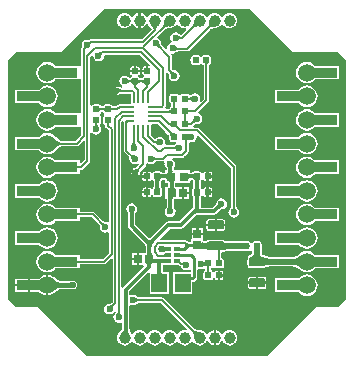
<source format=gtl>
%FSTAX23Y23*%
%MOIN*%
%SFA1B1*%

%IPPOS*%
%AMD16*
4,1,8,0.008400,0.009800,-0.008400,0.009800,-0.010800,0.007400,-0.010800,-0.007400,-0.008400,-0.009800,0.008400,-0.009800,0.010800,-0.007400,0.010800,0.007400,0.008400,0.009800,0.0*
1,1,0.004921,0.008400,0.007400*
1,1,0.004921,-0.008400,0.007400*
1,1,0.004921,-0.008400,-0.007400*
1,1,0.004921,0.008400,-0.007400*
%
%AMD17*
4,1,8,-0.009800,0.008400,-0.009800,-0.008400,-0.007400,-0.010800,0.007400,-0.010800,0.009800,-0.008400,0.009800,0.008400,0.007400,0.010800,-0.007400,0.010800,-0.009800,0.008400,0.0*
1,1,0.004921,-0.007400,0.008400*
1,1,0.004921,-0.007400,-0.008400*
1,1,0.004921,0.007400,-0.008400*
1,1,0.004921,0.007400,0.008400*
%
%AMD19*
4,1,8,-0.010200,0.004000,-0.010200,-0.004000,-0.008300,-0.005900,0.008300,-0.005900,0.010200,-0.004000,0.010200,0.004000,0.008300,0.005900,-0.008300,0.005900,-0.010200,0.004000,0.0*
1,1,0.003898,-0.008300,0.004000*
1,1,0.003898,-0.008300,-0.004000*
1,1,0.003898,0.008300,-0.004000*
1,1,0.003898,0.008300,0.004000*
%
%AMD20*
4,1,8,-0.009600,0.004000,-0.009600,-0.004000,-0.007700,-0.005900,0.007700,-0.005900,0.009600,-0.004000,0.009600,0.004000,0.007700,0.005900,-0.007700,0.005900,-0.009600,0.004000,0.0*
1,1,0.003898,-0.007700,0.004000*
1,1,0.003898,-0.007700,-0.004000*
1,1,0.003898,0.007700,-0.004000*
1,1,0.003898,0.007700,0.004000*
%
%AMD21*
4,1,8,-0.021900,-0.015000,0.021900,-0.015000,0.025600,-0.011200,0.025600,0.011200,0.021900,0.015000,-0.021900,0.015000,-0.025600,0.011200,-0.025600,-0.011200,-0.021900,-0.015000,0.0*
1,1,0.007480,-0.021900,-0.011200*
1,1,0.007480,0.021900,-0.011200*
1,1,0.007480,0.021900,0.011200*
1,1,0.007480,-0.021900,0.011200*
%
%ADD14C,0.005905*%
%ADD15R,0.052362X0.061811*%
G04~CAMADD=16~8~0.0~0.0~216.5~196.9~24.6~0.0~15~0.0~0.0~0.0~0.0~0~0.0~0.0~0.0~0.0~0~0.0~0.0~0.0~0.0~216.5~196.9*
%ADD16D16*%
G04~CAMADD=17~8~0.0~0.0~216.5~196.9~24.6~0.0~15~0.0~0.0~0.0~0.0~0~0.0~0.0~0.0~0.0~0~0.0~0.0~0.0~90.0~196.0~216.0*
%ADD17D17*%
%ADD18R,0.029921X0.028346*%
G04~CAMADD=19~8~0.0~0.0~118.1~204.7~19.5~0.0~15~0.0~0.0~0.0~0.0~0~0.0~0.0~0.0~0.0~0~0.0~0.0~0.0~90.0~204.0~118.0*
%ADD19D19*%
G04~CAMADD=20~8~0.0~0.0~118.1~192.9~19.5~0.0~15~0.0~0.0~0.0~0.0~0~0.0~0.0~0.0~0.0~0~0.0~0.0~0.0~90.0~193.0~118.0*
%ADD20D20*%
G04~CAMADD=21~8~0.0~0.0~511.8~299.2~37.4~0.0~15~0.0~0.0~0.0~0.0~0~0.0~0.0~0.0~0.0~0~0.0~0.0~0.0~180.0~513.0~300.0*
%ADD21D21*%
%ADD22R,0.028740X0.029134*%
%ADD23R,0.028346X0.029921*%
%ADD24R,0.031496X0.007874*%
%ADD25R,0.007874X0.031496*%
%ADD26R,0.082677X0.033465*%
%ADD42C,0.008000*%
%ADD43C,0.012000*%
%ADD44C,0.020000*%
%ADD45C,0.010000*%
%ADD46C,0.015000*%
%ADD47C,0.039370*%
%ADD48C,0.059055*%
%ADD49C,0.023622*%
%LNdeck-1*%
%LPD*%
G36*
X0096Y01034D02*
D01*
X00965Y0103*
X00971Y01029*
X01115*
X01141Y01003*
Y00207*
X01115Y00181*
X0105*
X01044Y0018*
X01039Y00176*
X00878Y00016*
X00278*
X00117Y00176*
X00112Y0018*
X00106Y00181*
X00041*
X00016Y00207*
Y01003*
X00041Y01029*
X00185*
X00191Y0103*
X00196Y01034*
X00337Y01174*
X00819*
X0096Y01034*
G37*
%LNdeck-2*%
%LPC*%
G36*
X00753Y01161D02*
X00746Y0116D01*
X0074Y01158*
X00735Y01154*
X0073Y01148*
X00725*
X00721Y01154*
X00716Y01158*
X00709Y0116*
X00703Y01161*
X00696Y0116*
X0069Y01158*
X00685Y01154*
X0068Y01148*
X00675*
X00671Y01154*
X00666Y01158*
X00659Y0116*
X00653Y01161*
X00646Y0116*
X0064Y01158*
X00635Y01154*
X0063Y01148*
X00625*
X00621Y01154*
X00616Y01158*
X00609Y0116*
X00603Y01161*
X00596Y0116*
X0059Y01158*
X00585Y01154*
X0058Y01148*
X00575*
X00571Y01154*
X00566Y01158*
X00559Y0116*
X00553Y01161*
X00546Y0116*
X0054Y01158*
X00535Y01154*
X0053Y01148*
X00525*
X00521Y01154*
X00516Y01158*
X00509Y0116*
X00503Y01161*
X00496Y0116*
X0049Y01158*
X00485Y01154*
X0048Y01148*
X0048Y01148*
X00475Y01147*
X00471Y01153*
X00462Y01159*
X00457Y0116*
Y01135*
Y01111*
X00462Y01112*
X00471Y01118*
X00475Y01124*
X0048Y01123*
X0048Y01122*
X00485Y01117*
X00486Y01116*
X00487Y01115*
X0049Y01111*
X00491Y0111*
X00492Y01108*
X00493Y01107*
X00494Y01106*
X00462Y01074*
X00291*
X00287Y01073*
X00286Y01072*
X00284Y01072*
X00284Y01071*
X00283Y01071*
X00283Y01071*
X00283Y01071*
X00283Y01071*
X00282Y01071*
X00282Y01071*
X00279Y01071*
X00272Y0107*
X00266Y01066*
X00262Y0106*
X00261Y01053*
X00261Y0105*
X00261Y0105*
X00261Y01049*
Y01049*
X00261Y01049*
X00261Y01049*
X00261Y01049*
X0026Y01048*
X0026Y01047*
X00259Y01045*
X00258Y01042*
Y00984*
X00253Y00984*
X00172*
X0017Y00987*
X00163Y00993*
X00154Y00996*
X00145Y00997*
X00136Y00996*
X00127Y00993*
X0012Y00987*
X00114Y00979*
X0011Y00971*
X00109Y00962*
X0011Y00952*
X00114Y00944*
X0012Y00936*
X00127Y00931*
X00136Y00927*
X00145Y00926*
X00154Y00927*
X00163Y00931*
X0017Y00936*
X00172Y00939*
X00253*
X00258Y00939*
Y00827*
X00253Y00827*
X00172*
X0017Y00829*
X00163Y00835*
X00154Y00839*
X00145Y0084*
X00136Y00839*
X00127Y00835*
X0012Y00829*
X00114Y00822*
X0011Y00813*
X00109Y00804*
X0011Y00795*
X00114Y00786*
X0012Y00779*
X00127Y00773*
X00136Y0077*
X00145Y00768*
X00154Y0077*
X00163Y00773*
X0017Y00779*
X00172Y00781*
X00253*
X00258Y00781*
Y00753*
X00239Y00734*
X00193*
X00193Y00735*
X00191Y00735*
X0019Y00735*
X00189Y00736*
X00187Y00737*
X00185Y00738*
X00183Y0074*
X00174Y00747*
X00171Y00751*
X0017Y00751*
X00163Y00756*
X00154Y0076*
X00145Y00761*
X00136Y0076*
X00127Y00756*
X0012Y00751*
X00118Y00748*
X00037*
Y00703*
X00118*
X0012Y007*
X00127Y00694*
X00136Y00691*
X00145Y0069*
X00154Y00691*
X00163Y00694*
X0017Y007*
X00171Y007*
X00174Y00703*
X00177Y00706*
X00182Y00711*
X00185Y00713*
X00187Y00714*
X00189Y00715*
X0019Y00716*
X00191Y00716*
X00193Y00716*
X00193Y00716*
X00243*
X00247Y00717*
X0025Y00719*
X00265Y00735*
X0027Y00733*
Y00671*
X00258Y0066*
X00253Y00662*
Y00669*
X00172*
X0017Y00672*
X00163Y00678*
X00154Y00681*
X00145Y00682*
X00136Y00681*
X00127Y00678*
X0012Y00672*
X00114Y00664*
X0011Y00656*
X00109Y00647*
X0011Y00637*
X00114Y00629*
X0012Y00621*
X00127Y00616*
X00136Y00612*
X00145Y00611*
X00154Y00612*
X00163Y00616*
X0017Y00621*
X00172Y00624*
X00253*
Y00637*
X00253*
X00254Y00638*
X00258*
X00261Y00638*
X00264Y0064*
X00285Y00661*
X00287Y00664*
X00288Y00668*
Y00762*
X00293Y00764*
X00296Y0076*
X00301Y00756*
X00308Y00755*
X00315Y00756*
X00321Y0076*
X00325Y00766*
X00326Y00773*
X00325Y0078*
X00322Y00785*
X00321Y00786*
X00322Y0079*
X00323Y00791*
X00325Y00794*
X00325Y00797*
Y00812*
X00325Y00815*
X00323Y00818*
X0032Y00819*
X0032Y00821*
Y00823*
X0032Y00824*
X00323Y00826*
X00325Y00829*
X00325Y0083*
X00325Y0083*
X00326Y00831*
X0033*
X00331Y0083*
X00331Y0083*
X00331Y00829*
X00333Y00826*
X00336Y00824*
X00336Y00823*
Y00821*
X00336Y00819*
X00333Y00818*
X00331Y00815*
X00331Y00812*
Y00797*
X00331Y00794*
X00333Y00791*
X00336Y00789*
X00338Y00788*
X00338Y00788*
X00339Y00787*
Y00785*
X00339Y00781*
X00341Y00778*
X00351Y00769*
Y00465*
X00347Y00463*
X00346Y00463*
X00341Y00464*
X0034Y00464*
X00339Y00464*
X00338Y00464*
X00337Y00465*
X00336Y00465*
X00335Y00465*
X00334Y00465*
X00334Y00466*
X00334Y00466*
X00333Y00466*
X00333Y00466*
X00332Y00467*
X00303Y00495*
X003Y00497*
X00297Y00498*
X00254*
X00253Y00498*
X00253Y00498*
Y00512*
X00172*
X0017Y00514*
X00163Y0052*
X00154Y00524*
X00145Y00525*
X00136Y00524*
X00127Y0052*
X0012Y00514*
X00114Y00507*
X0011Y00498*
X00109Y00489*
X0011Y0048*
X00114Y00471*
X0012Y00464*
X00127Y00458*
X00136Y00455*
X00145Y00453*
X00154Y00455*
X00163Y00458*
X0017Y00464*
X00172Y00466*
X00253*
Y0048*
X00253*
X00254Y0048*
X00293*
X00319Y00454*
X00319Y00453*
X0032Y00453*
X0032Y00453*
X0032Y00452*
X0032Y00452*
X00321Y00451*
X00321Y00451*
X00321Y0045*
X00321Y00449*
X00321Y00448*
X00321Y00447*
X00321Y00447*
X00321Y00446*
X00322Y00439*
X00326Y00433*
X00332Y00429*
X00339Y00428*
X00346Y00429*
X00347Y00429*
X00351Y00427*
Y00361*
X0033Y00341*
X00254*
X00253Y00341*
X00253Y00341*
Y00354*
X00172*
X0017Y00357*
X00163Y00363*
X00154Y00366*
X00145Y00367*
X00136Y00366*
X00127Y00363*
X0012Y00357*
X00114Y0035*
X0011Y00341*
X00109Y00332*
X0011Y00322*
X00114Y00314*
X0012Y00306*
X00127Y00301*
X00136Y00297*
X00145Y00296*
X00154Y00297*
X00163Y00301*
X0017Y00306*
X00172Y00309*
X00253*
Y00322*
X00253*
X00254Y00323*
X00334*
X00337Y00323*
X0034Y00325*
X00358Y00343*
X00363Y00341*
Y00197*
X0036Y00194*
X00359Y00194*
X00359Y00194*
X00359Y00193*
X00358Y00193*
X00358Y00193*
X00357Y00193*
X00357Y00193*
X00356Y00192*
X00354Y00192*
X00353Y00192*
X00352Y00192*
X00346Y00191*
X0034Y00187*
X00336Y00181*
X00335Y00174*
X00336Y00167*
X0034Y00161*
X00346Y00157*
X00353Y00156*
X0036Y00157*
X00365Y00161*
X00367Y00164*
X00367Y00164*
X00367Y00164*
X00367Y00164*
X00369Y00164*
X00373Y00163*
X00373Y00162*
X00373Y00162*
X00371Y0016*
X00371Y00159*
X0037Y00158*
X00367Y00153*
X00365Y00146*
X00367Y00139*
X00371Y00133*
X00376Y00129*
X00383Y00128*
X0039Y00129*
X00391Y0013*
X00395Y00127*
Y00111*
X00395Y00111*
X00395Y0011*
X00395Y0011*
X00395Y00108*
X00395Y00107*
X00394Y00106*
X00394Y00105*
X00394Y00104*
X00393Y00104*
X00392Y00103*
X00391Y00102*
X0039Y00101*
X00389Y001*
X00388Y00099*
X00385Y00096*
X00381Y00091*
X00379Y00085*
X00378Y00078*
X00379Y00072*
X00381Y00065*
X00385Y0006*
X00391Y00056*
X00397Y00053*
X00404Y00052*
X0041Y00053*
X00416Y00056*
X00422Y0006*
X00426Y00065*
X00431*
X00435Y0006*
X00441Y00056*
X00447Y00053*
X00454Y00052*
X0046Y00053*
X00466Y00056*
X00472Y0006*
X00476Y00065*
X00481*
X00485Y0006*
X00491Y00056*
X00497Y00053*
X00504Y00052*
X0051Y00053*
X00516Y00056*
X00522Y0006*
X00526Y00065*
X00531*
X00535Y0006*
X00541Y00056*
X00547Y00053*
X00554Y00052*
X0056Y00053*
X00566Y00056*
X00572Y0006*
X00576Y00065*
X00581*
X00585Y0006*
X00591Y00056*
X00597Y00053*
X00604Y00052*
X0061Y00053*
X00616Y00056*
X00622Y0006*
X00626Y00065*
X00631*
X00635Y0006*
X00641Y00056*
X00647Y00053*
X00654Y00052*
X0066Y00053*
X00666Y00056*
X00672Y0006*
X00676Y00065*
X00676Y00066*
X00682Y00067*
X00686Y00061*
X00694Y00055*
X007Y00054*
Y00078*
Y00103*
X00694Y00101*
X00686Y00096*
X00682Y0009*
X00676Y0009*
X00676Y00091*
X00672Y00096*
X00666Y00101*
X0066Y00103*
X00654Y00104*
X00653Y00104*
X00651Y00104*
X00646Y00105*
X00644Y00105*
X00642Y00105*
X00641Y00106*
X0064Y00106*
X00639Y00106*
X00638Y00107*
X00638Y00107*
X00637Y00108*
X00534Y0021*
X00532Y00212*
X00528Y00213*
X00452*
X00451Y00213*
X00451Y00213*
X0045Y00213*
X0045Y00213*
X0045Y00213*
X00449Y00214*
X00448Y00214*
X00448Y00214*
X00446Y00216*
X00445Y00217*
X00445Y00217*
X00439Y0022*
X00432Y00222*
X00426Y0022*
X00424Y0022*
X00419Y00222*
Y00233*
X00482Y00295*
X00487Y00293*
Y00224*
X00551*
Y00298*
X00532*
X00532Y00298*
X00532Y00299*
X00532Y003*
X00532Y00302*
X00532Y00304*
X00531Y00305*
Y00322*
X00547*
X00548Y00321*
X00549Y00322*
X00556*
X00559Y00322*
X00559Y00322*
X00563Y00324*
X00566Y00322*
X00566Y00322*
X00569Y00322*
X00579*
X00579Y00321*
X0058Y00322*
X0058Y00321*
X00581Y00322*
X00581Y00321*
X00582Y0032*
X00584Y00319*
X00584Y00319*
X00585Y00318*
X00588Y00316*
X0059Y00316*
X0059Y00315*
X0059Y00314*
X00594Y00308*
X006Y00304*
X00607Y00303*
X00614Y00304*
X00619Y00308*
X00622Y00307*
X00624Y00305*
Y00298*
X00565*
Y00224*
X00629*
Y00264*
X00629Y00264*
X0063Y00265*
X00633Y00265*
X00637Y00268*
X00643Y00274*
X00645Y00277*
X00646Y00281*
Y00305*
X0065Y00308*
X00651Y00307*
X00658Y00306*
X00665Y00307*
X00667Y00308*
X00672Y00307*
X00671Y00304*
X00671Y00302*
X00669Y00301*
X00667Y00298*
X00666Y00295*
Y00278*
X00667Y00275*
X00669Y00272*
X00671Y0027*
X00675Y00269*
X00689*
X00693Y0027*
X00695Y00272*
X00697Y00275*
X00698Y00277*
X00703*
X00703Y00275*
X00705Y00273*
X00707Y00271*
X0071Y0027*
X00714*
Y00286*
Y00302*
X0071*
X00707Y00302*
X00705Y003*
X00703Y00298*
X00703Y00296*
X00698*
X00697Y00298*
X00695Y00301*
X00693Y00303*
X00691Y00303*
X00691Y00303*
X00691Y00304*
Y00308*
X00691Y00309*
X00691Y00309*
X00693Y00309*
X00695Y00311*
X00697Y00314*
X00699Y00314*
X00701*
X00702Y00314*
X00704Y00311*
X00707Y00309*
X0071Y00309*
X00725*
X00728Y00309*
X00731Y00311*
X00733Y00314*
X00733Y00317*
Y00334*
X00733Y00337*
X00731Y0034*
X00728Y00342*
X00727Y00342*
X00727Y00343*
X00726Y00343*
Y00359*
X0073Y00363*
X00731Y00363*
X00732Y00363*
X00732Y00363*
X00733Y00363*
X00734Y00364*
X00736Y00365*
X00737Y00365*
X00738Y00366*
X0074Y00366*
X00742Y00366*
X0075Y00367*
X00752Y00367*
X00753Y00367*
X00778*
X00779Y00367*
X00798Y00367*
X00799Y00367*
X00799Y00367*
X00799Y00367*
X00799Y00367*
X00799Y00367*
X00801Y00367*
X00816*
X00819Y00367*
X00822Y00369*
X00827Y00368*
X00827Y00367*
X00827Y00364*
X00827Y00361*
X00827Y00358*
X00826Y00356*
X00826Y00355*
X00825Y00354*
X00825Y00354*
X00824Y00354*
X00824Y00354*
X00823Y00353*
X00823Y00353*
X00823*
X00819Y00353*
X00816Y0035*
X00814Y00347*
X00813Y00343*
Y0034*
X00812Y00338*
X0081Y00331*
X00812Y00324*
X00813Y00322*
Y00321*
X00814Y00317*
X00816Y00314*
X00819Y00312*
X00823Y00311*
X00867*
X00867Y00311*
X00868Y00311*
X00869Y00312*
X0087Y00312*
X0087Y00312*
X00871Y00312*
X00872Y00313*
X00873Y00313*
X00875Y00314*
X00876Y00314*
X00878Y00315*
X0088Y00315*
X00887Y00316*
X0089Y00316*
X00891Y00316*
X00965*
X00965Y00316*
X00968Y00315*
X0097Y00315*
X00972Y00315*
X00974Y00314*
X00976Y00313*
X00978Y00312*
X0098Y00311*
X00981Y0031*
X00983Y00308*
X00985Y00307*
X00986Y00306*
X00986Y00306*
X00993Y00301*
X01002Y00297*
X01011Y00296*
X0102Y00297*
X01029Y00301*
X01036Y00306*
X01038Y00309*
X01119*
Y00354*
X01038*
X01036Y00357*
X01029Y00363*
X0102Y00366*
X01011Y00367*
X01002Y00366*
X00993Y00363*
X00986Y00357*
X00986Y00357*
X00984Y00355*
X00982Y00354*
X0098Y00353*
X00978Y00351*
X00976Y0035*
X00974Y0035*
X00972Y00349*
X0097Y00349*
X00968Y00348*
X00965Y00348*
X00965Y00348*
X00891*
X0089Y00348*
X00884Y00348*
X00879Y00349*
X00877Y00349*
X00876Y0035*
X00875Y0035*
X00874Y0035*
X00874Y0035*
X00874Y0035*
X00874Y0035*
X00873Y00351*
X0087Y00353*
X00867Y00353*
X00865*
X00864Y00353*
X00863Y00354*
X00863Y00354*
X00863Y00354*
X00862Y00354*
X00862Y00355*
X00861Y00356*
X00861Y00358*
X0086Y00361*
X0086Y00364*
X0086Y00367*
X0086Y00368*
Y00383*
X0086Y00386*
Y00392*
X00859Y00395*
X00857Y00398*
X00854Y004*
X00851Y004*
X00836*
X00833Y004*
X0083Y00398*
X00828Y00395*
X00827Y00395*
X00825*
X00823Y00395*
X00822Y00398*
X00819Y004*
X00816Y004*
X00801*
X00799Y004*
X00799Y004*
X00799Y004*
X00799Y004*
X00779Y004*
X00778Y004*
X00753*
X00752Y004*
X00749Y004*
X00747Y004*
X00742Y00401*
X0074Y00401*
X00738Y00401*
X00737Y00402*
X00736Y00402*
X00734Y00403*
X00733Y00404*
X00732Y00404*
X00732Y00404*
X00731Y00404*
X0073Y00405*
X00729Y00404*
X00728Y00405*
X00685*
X00684Y00404*
X00684Y00405*
X00682Y00404*
X00681Y00404*
X00681Y00404*
X0068Y00404*
X00679Y00403*
X00678Y00403*
X00677Y00403*
X00674Y00402*
X00672Y00402*
X00671Y00401*
X0067Y00401*
X00668Y00402*
X00667Y00402*
X00666Y00402*
Y00406*
X00665*
Y0042*
X00627*
Y00406*
X00626*
Y00397*
X00626*
X00621Y00397*
X00617Y00397*
X00616Y00397*
X00616*
X00613Y004*
X00612Y00401*
X0061Y00402*
X00608Y00403*
X00605Y00403*
X00523*
X00521Y00408*
X00554Y00442*
X00591*
X00595Y00443*
X00599Y00445*
X00634Y0048*
X00635Y0048*
X00635Y00481*
X00635Y00481*
X00636Y00482*
X00638Y00483*
X00639Y00484*
X00641Y00485*
X00642Y00486*
X00644Y00486*
X00646Y00487*
X00647Y00487*
X00649Y00487*
X00651Y00487*
X00652Y00488*
X00702*
X00706Y00489*
X0071Y00491*
X00722Y00503*
X00723Y00503*
X00724Y00505*
X00725Y00505*
X00725Y00506*
X00726Y00506*
X00726Y00506*
X00726Y00506*
X00727Y00506*
X00727Y00506*
X00727Y00507*
X00727Y00507*
X00727Y00507*
X00733Y00508*
X00739Y00512*
X00743Y00518*
X00744Y00525*
X00743Y00532*
X00739Y00537*
X00733Y00541*
X00726Y00543*
X00719Y00541*
X00714Y00537*
X0071Y00532*
X00708Y00526*
X00708Y00525*
X00708Y00525*
X00708Y00525*
X00708Y00525*
X00708Y00525*
X00708Y00525*
X00708Y00524*
X00708Y00524*
X00707Y00523*
X00706Y00522*
X00705Y00521*
X00705Y00521*
X00697Y00512*
X00657*
Y0054*
X00657Y0054*
X00657Y00542*
X00657Y00545*
X00657Y00547*
X00657Y00548*
X00658Y00548*
X00658Y00548*
X00658Y00548*
X00658Y00548*
X00658Y00548*
X00659Y0055*
X0066Y00551*
X0066Y00552*
X00665Y00552*
X00667Y00549*
X0067Y00548*
X00672Y00547*
X00676*
Y00563*
Y00579*
X00672*
X0067Y00578*
X00667Y00577*
X00665Y00574*
X0066Y00574*
X0066Y00575*
X00659Y00576*
X00658Y00578*
X00658Y00578*
X00658Y00578*
X00658Y00578*
X00658Y00578*
X00658Y00578*
X00657Y00579*
X00657Y0058*
X00657Y00581*
X00657Y00584*
X00657Y00586*
X00657Y00587*
Y00593*
X00657Y00593*
X00657Y00595*
X00657Y00599*
X00657Y006*
X00657Y00601*
X00658Y00601*
X00658Y00601*
X00658Y00601*
X00658Y00601*
X00658Y00602*
X00659Y00603*
X0066Y00605*
X0066Y00605*
X00665Y00605*
X00667Y00603*
X0067Y00601*
X00672Y006*
X00676*
Y00616*
Y00632*
X00672*
X0067Y00632*
X00667Y0063*
X00665Y00627*
X00665Y00626*
X0066*
X0066Y00628*
X00658Y00631*
X00655Y00632*
X00652Y00633*
X00637*
X00635Y00633*
X00635Y00633*
X00635Y00633*
X00634Y00632*
X00634Y00632*
X00633Y00633*
X00632Y00632*
X00631Y00631*
X0063Y0063*
X0063Y00629*
X00629Y00629*
X00629Y00629*
X00629Y00629*
X00628Y00629*
X00627Y00628*
X00625Y00628*
X0062Y00631*
Y00636*
X00569*
X00569Y00636*
X00569Y00637*
X00568Y00638*
X00568Y0064*
X00568Y00641*
X00568Y00644*
X00568Y00644*
X00568Y00646*
X00569Y00646*
X00569Y00647*
X00569Y00647*
X00569Y00647*
X00569Y00647*
X00569Y00647*
X00569Y00647*
X00569Y00648*
X0057Y0065*
X00572Y00657*
X0057Y00664*
X00566Y0067*
X00562Y00672*
X00564Y00677*
X00595*
X00598Y00678*
X00601Y0068*
X00614Y00693*
X00616Y00696*
X00617Y00699*
Y00699*
Y00727*
X00617Y00727*
X00622Y00731*
X00622Y00731*
X00626Y0073*
X00633Y00731*
X00639Y00735*
X00642Y00741*
X00644Y00748*
X00643Y00753*
X00648Y00755*
X00758Y00644*
Y00515*
X00758Y00514*
X00758Y00514*
X00758Y00513*
X00758Y00513*
X00758Y00513*
X00757Y00512*
X00757Y00512*
X00757Y00511*
X00755Y00509*
X00754Y00508*
X00754Y00508*
X00751Y00502*
X00749Y00496*
X00751Y00489*
X00754Y00483*
X0076Y00479*
X00767Y00478*
X00774Y00479*
X0078Y00483*
X00784Y00489*
X00785Y00496*
X00784Y00502*
X0078Y00508*
X0078Y00508*
X00779Y00509*
X00779Y0051*
X00778Y00511*
X00778Y00512*
X00777Y00512*
X00777Y00513*
X00777Y00513*
X00777Y00513*
X00777Y00514*
X00777Y00514*
X00776Y00515*
Y00648*
X00776Y00652*
X00774Y00654*
X00652Y00776*
X0065Y00778*
X00646Y00778*
X00633*
X00631Y00783*
X00632Y00784*
X00636Y00788*
X00637Y00789*
X00638Y00789*
X00638Y00789*
X00638Y00789*
X00639Y0079*
X00639Y0079*
X0064Y0079*
X0064Y0079*
X00643Y0079*
X00644Y0079*
X00644Y00791*
X00651Y00792*
X00657Y00796*
X0066Y00802*
X00662Y00808*
X0066Y00815*
X00657Y00821*
X00651Y00825*
X00651Y00825*
X00649Y00831*
X00682Y00863*
X00684Y00866*
X00685Y00869*
Y00986*
X00685Y00987*
X00685Y00987*
X00686Y00987*
X00689Y00989*
X00691Y00992*
X00692Y00995*
Y01012*
X00691Y01015*
X00689Y01018*
X00686Y0102*
X00683Y01021*
X00668*
X00665Y0102*
X00662Y01018*
X00661Y01016*
X00659Y01015*
X00657*
X00655Y01016*
X00654Y01018*
X00651Y0102*
X00648Y01021*
X00646*
X0064Y01022*
X00634Y01021*
X00633*
X0063Y0102*
X00627Y01018*
X00625Y01015*
X00624Y01012*
Y01012*
X00624Y01011*
X00622Y01004*
X00624Y00997*
X00624Y00996*
Y00995*
X00625Y00992*
X00627Y00989*
X0063Y00987*
X00633Y00987*
X00634*
X0064Y00986*
X00646Y00987*
X00648*
X00651Y00987*
X00654Y00989*
X00655Y00992*
X00657Y00992*
X00659*
X00661Y00992*
X00662Y00989*
X00665Y00987*
X00666Y00987*
X00666Y00987*
X00667Y00986*
Y00873*
X00657Y00863*
X00653Y00867*
X00654Y00868*
X00655Y00875*
X00654Y00882*
X0065Y00888*
X00644Y00892*
X00637Y00893*
X0063Y00892*
X00625Y00888*
X00624Y00888*
X00624Y00888*
X00622Y00887*
X00622Y00887*
X00619Y00888*
X00619Y00888*
X00618Y00888*
X00617Y00889*
X00614Y00891*
X00611Y00892*
X00596*
X00593Y00891*
X0059Y00889*
X00589Y00887*
X00587Y00887*
X00585*
X00584Y00887*
X00582Y00889*
X00579Y00891*
X00576Y00892*
X00561*
X00558Y00891*
X00555Y00889*
X00553Y00887*
X00552Y00883*
Y00867*
X00553Y00863*
X00555Y00861*
X00558Y00859*
X00559Y00859*
X00559Y00858*
X00559Y00857*
Y0085*
X00559Y0085*
X00559Y00849*
X00558Y00849*
X00555Y00847*
X00553Y00844*
X00553Y00842*
X00553Y00842*
X00552Y00842*
X0055Y00842*
X0055Y00842*
X0054*
X0054Y00842*
X00538Y00847*
X0054Y00849*
X00541Y00853*
Y0096*
X00544Y00962*
X00546Y00962*
X00548Y00959*
X00549Y00959*
X00549Y00958*
X00549Y00958*
X00549Y00957*
X0055Y00957*
X0055Y00956*
X0055Y00956*
X0055Y00955*
X0055Y00953*
X0055Y00952*
X00551Y00951*
X00552Y00945*
X00556Y00939*
X00562Y00935*
X00569Y00934*
X00576Y00935*
X00581Y00939*
X00585Y00945*
X00587Y00952*
X00585Y00959*
X00581Y00965*
X00576Y00969*
X00569Y0097*
X00568Y0097*
X00567*
X00566Y0097*
X00565Y0097*
X00564Y0097*
X00564Y00971*
X00563Y00971*
X00563Y00971*
X00562Y00971*
X00562Y00971*
X00562Y00972*
X00561Y00972*
X00561Y00972*
Y01015*
X0056Y01019*
X00558Y01021*
X00558Y01022*
X00561Y01026*
X00563Y01025*
X00569Y01027*
X00572Y01029*
X00573Y01029*
X00575Y0103*
X00577Y01031*
X00577Y01031*
X00578Y01032*
X00579Y01032*
X00579Y01032*
X0058Y01032*
X0058Y01032*
X00581Y01033*
X00581Y01033*
X00612*
X00615Y01033*
X00618Y01035*
X00688Y01105*
X00689Y01106*
X00689Y01106*
X0069Y01107*
X00691Y01107*
X00692Y01107*
X00693Y01108*
X00695Y01108*
X00702Y01109*
X00705Y01109*
X00706Y0111*
X00709Y0111*
X00716Y01113*
X00721Y01117*
X00725Y01122*
X0073*
X00735Y01117*
X0074Y01113*
X00746Y0111*
X00753Y0111*
X00759Y0111*
X00766Y01113*
X00771Y01117*
X00775Y01122*
X00778Y01129*
X00779Y01135*
X00778Y01142*
X00775Y01148*
X00771Y01154*
X00766Y01158*
X00759Y0116*
X00753Y01161*
G37*
G36*
X00403D02*
X00396Y0116D01*
X0039Y01158*
X00385Y01154*
X0038Y01148*
X00378Y01142*
X00377Y01135*
X00378Y01129*
X0038Y01122*
X00385Y01117*
X0039Y01113*
X00396Y0111*
X00403Y0111*
X00409Y0111*
X00416Y01113*
X00421Y01117*
X00425Y01122*
X00425Y01123*
X00431Y01124*
X00435Y01118*
X00443Y01112*
X00449Y01111*
Y01135*
Y0116*
X00443Y01159*
X00435Y01153*
X00431Y01147*
X00425Y01148*
X00425Y01148*
X00421Y01154*
X00416Y01158*
X00409Y0116*
X00403Y01161*
G37*
G36*
X01011Y00997D02*
X01002Y00996D01*
X00993Y00993*
X00986Y00987*
X0098Y00979*
X00976Y00971*
X00975Y00962*
X00976Y00952*
X0098Y00944*
X00986Y00936*
X00993Y00931*
X01002Y00927*
X01011Y00926*
X0102Y00927*
X01029Y00931*
X01036Y00936*
X01038Y00939*
X01119*
Y00984*
X01038*
X01036Y00987*
X01029Y00993*
X0102Y00996*
X01011Y00997*
G37*
G36*
Y00919D02*
X01002Y00917D01*
X00993Y00914*
X00986Y00908*
X00984Y00905*
X00903*
Y0086*
X00984*
X00986Y00858*
X00993Y00852*
X01002Y00848*
X01011Y00847*
X0102Y00848*
X01029Y00852*
X01036Y00858*
X01042Y00865*
X01045Y00874*
X01047Y00883*
X01045Y00892*
X01042Y00901*
X01036Y00908*
X01029Y00914*
X0102Y00917*
X01011Y00919*
G37*
G36*
X00145D02*
X00136Y00917D01*
X00127Y00914*
X0012Y00908*
X00118Y00905*
X00037*
Y0086*
X00118*
X0012Y00858*
X00127Y00852*
X00136Y00848*
X00145Y00847*
X00154Y00848*
X00163Y00852*
X0017Y00858*
X00176Y00865*
X00179Y00874*
X00181Y00883*
X00179Y00892*
X00176Y00901*
X0017Y00908*
X00163Y00914*
X00154Y00917*
X00145Y00919*
G37*
G36*
X01011Y0084D02*
X01002Y00839D01*
X00993Y00835*
X00986Y00829*
X0098Y00822*
X00976Y00813*
X00975Y00804*
X00976Y00795*
X0098Y00786*
X00986Y00779*
X00993Y00773*
X01002Y0077*
X01011Y00768*
X0102Y0077*
X01029Y00773*
X01036Y00779*
X01038Y00781*
X01119*
Y00827*
X01038*
X01036Y00829*
X01029Y00835*
X0102Y00839*
X01011Y0084*
G37*
G36*
Y00761D02*
X01002Y0076D01*
X00993Y00756*
X00986Y00751*
X00984Y00748*
X00903*
Y00703*
X00984*
X00986Y007*
X00993Y00694*
X01002Y00691*
X01011Y0069*
X0102Y00691*
X01029Y00694*
X01036Y007*
X01042Y00707*
X01045Y00716*
X01047Y00725*
X01045Y00735*
X01042Y00743*
X01036Y00751*
X01029Y00756*
X0102Y0076*
X01011Y00761*
G37*
G36*
X00687Y00632D02*
X00684D01*
Y0062*
X00695*
Y00625*
X00694Y00627*
X00693Y0063*
X0069Y00632*
X00687Y00632*
G37*
G36*
X01011Y00682D02*
X01002Y00681D01*
X00993Y00678*
X00986Y00672*
X0098Y00664*
X00976Y00656*
X00975Y00647*
X00976Y00637*
X0098Y00629*
X00986Y00621*
X00993Y00616*
X01002Y00612*
X01011Y00611*
X0102Y00612*
X01029Y00616*
X01036Y00621*
X01038Y00624*
X01119*
Y00669*
X01038*
X01036Y00672*
X01029Y00678*
X0102Y00681*
X01011Y00682*
G37*
G36*
X00695Y00612D02*
X00684D01*
Y006*
X00687*
X0069Y00601*
X00693Y00603*
X00694Y00605*
X00695Y00608*
Y00612*
G37*
G36*
X00687Y00579D02*
X00684D01*
Y00567*
X00695*
Y00571*
X00694Y00574*
X00693Y00577*
X0069Y00578*
X00687Y00579*
G37*
G36*
X00695Y00559D02*
X00684D01*
Y00547*
X00687*
X0069Y00548*
X00693Y00549*
X00694Y00552*
X00695Y00555*
Y00559*
G37*
G36*
X01011Y00604D02*
X01002Y00602D01*
X00993Y00599*
X00986Y00593*
X00984Y0059*
X00903*
Y00545*
X00984*
X00986Y00543*
X00993Y00537*
X01002Y00533*
X01011Y00532*
X0102Y00533*
X01029Y00537*
X01036Y00543*
X01042Y0055*
X01045Y00559*
X01047Y00568*
X01045Y00577*
X01042Y00586*
X01036Y00593*
X01029Y00599*
X0102Y00602*
X01011Y00604*
G37*
G36*
X00145D02*
X00136Y00602D01*
X00127Y00599*
X0012Y00593*
X00118Y0059*
X00037*
Y00545*
X00118*
X0012Y00543*
X00127Y00537*
X00136Y00533*
X00145Y00532*
X00154Y00533*
X00163Y00537*
X0017Y00543*
X00176Y0055*
X00179Y00559*
X00181Y00568*
X00179Y00577*
X00176Y00586*
X0017Y00593*
X00163Y00599*
X00154Y00602*
X00145Y00604*
G37*
G36*
X00728Y00474D02*
X00711D01*
Y00458*
X00737*
Y00465*
X00737Y00469*
X00735Y00472*
X00732Y00473*
X00728Y00474*
G37*
G36*
X00703D02*
X00685D01*
X00681Y00473*
X00679Y00472*
X00677Y00469*
X00676Y00465*
Y00458*
X00703*
Y00474*
G37*
G36*
X01011Y00525D02*
X01002Y00524D01*
X00993Y0052*
X00986Y00514*
X0098Y00507*
X00976Y00498*
X00975Y00489*
X00976Y0048*
X0098Y00471*
X00986Y00464*
X00993Y00458*
X01002Y00455*
X01011Y00453*
X0102Y00455*
X01029Y00458*
X01036Y00464*
X01038Y00466*
X01119*
Y00512*
X01038*
X01036Y00514*
X01029Y0052*
X0102Y00524*
X01011Y00525*
G37*
G36*
X00737Y0045D02*
X00711D01*
Y00434*
X00728*
X00732Y00435*
X00735Y00437*
X00737Y00439*
X00737Y00443*
Y0045*
G37*
G36*
X00703D02*
X00676D01*
Y00443*
X00677Y00439*
X00679Y00437*
X00681Y00435*
X00685Y00434*
X00703*
Y0045*
G37*
G36*
X00665Y00444D02*
X0065D01*
Y00428*
X00665*
Y00444*
G37*
G36*
X00642D02*
X00627D01*
Y00428*
X00642*
Y00444*
G37*
G36*
X01011Y00446D02*
X01002Y00445D01*
X00993Y00441*
X00986Y00436*
X00984Y00433*
X00903*
Y00388*
X00984*
X00986Y00385*
X00993Y00379*
X01002Y00376*
X01011Y00375*
X0102Y00376*
X01029Y00379*
X01036Y00385*
X01042Y00393*
X01045Y00401*
X01047Y0041*
X01045Y0042*
X01042Y00428*
X01036Y00436*
X01029Y00441*
X0102Y00445*
X01011Y00446*
G37*
G36*
X00145D02*
X00136Y00445D01*
X00127Y00441*
X0012Y00436*
X00118Y00433*
X00037*
Y00388*
X00118*
X0012Y00385*
X00127Y00379*
X00136Y00376*
X00145Y00375*
X00154Y00376*
X00163Y00379*
X0017Y00385*
X00176Y00393*
X00179Y00401*
X00181Y0041*
X00179Y0042*
X00176Y00428*
X0017Y00436*
X00163Y00441*
X00154Y00445*
X00145Y00446*
G37*
G36*
X00725Y00302D02*
X00721D01*
Y0029*
X00732*
Y00295*
X00732Y00298*
X0073Y003*
X00728Y00302*
X00725Y00302*
G37*
G36*
X00732Y00282D02*
X00721D01*
Y0027*
X00725*
X00728Y00271*
X0073Y00273*
X00732Y00275*
X00732Y00278*
Y00282*
G37*
G36*
X00867Y00282D02*
X00849D01*
Y00266*
X00875*
Y00273*
X00875Y00276*
X00873Y00279*
X0087Y00281*
X00867Y00282*
G37*
G36*
X00841D02*
X00823D01*
X00819Y00281*
X00817Y00279*
X00815Y00276*
X00814Y00273*
Y00266*
X00841*
Y00282*
G37*
G36*
X0008Y00275D02*
X00038D01*
Y00257*
X0008*
Y00275*
G37*
G36*
X00875Y00258D02*
X00849D01*
Y00242*
X00867*
X0087Y00242*
X00873Y00244*
X00875Y00247*
X00875Y00251*
Y00258*
G37*
G36*
X00841D02*
X00814D01*
Y00251*
X00815Y00247*
X00817Y00244*
X00819Y00242*
X00823Y00242*
X00841*
Y00258*
G37*
G36*
X00149Y00287D02*
Y00253D01*
Y00219*
X00154Y00219*
X00162Y00223*
X00168Y00227*
X00169Y00228*
X00171Y00229*
X00174Y00231*
X00176Y00233*
X00178Y00235*
X0018Y00236*
X00182Y00237*
X00184Y00238*
X00186Y00239*
X00188Y0024*
X0019Y0024*
X00192Y0024*
X00192Y0024*
X00215*
X00215Y0024*
X00218Y0024*
X00219Y0024*
X00221Y0024*
X00221Y0024*
X00221Y0024*
X00222Y0024*
X00223Y00239*
X00224Y00239*
X00224Y00239*
X00225Y0024*
X00225Y0024*
X00226Y0024*
X00231*
X00237Y00241*
X00241Y00244*
X00244Y00249*
X00245Y00254*
X00244Y00259*
X00241Y00264*
X00237Y00267*
X00231Y00268*
X00226*
X00225Y00268*
X00225Y00268*
X00224Y00268*
X00224Y00268*
X00223Y00269*
X00222Y00268*
X00222Y00268*
X00216Y00268*
X00215Y00268*
X00215Y00268*
X00192*
X00191Y00268*
X00189Y00268*
X00187Y00268*
X00185Y00269*
X00183Y00269*
X00181Y0027*
X00179Y00272*
X00177Y00273*
X00172Y00277*
X0017Y00279*
X00167Y0028*
X00166Y0028*
X00162Y00283*
X00154Y00286*
X00149Y00287*
G37*
G36*
X0008Y00249D02*
X00038D01*
Y00231*
X0008*
Y00249*
G37*
G36*
X00141Y00287D02*
X00136Y00286D01*
X00128Y00283*
X0012Y00277*
X00118Y00275*
X00088*
Y00253*
Y00231*
X00118*
X0012Y00228*
X00128Y00223*
X00136Y00219*
X00141Y00219*
Y00253*
Y00287*
G37*
G36*
X01011Y00289D02*
X01002Y00287D01*
X00993Y00284*
X00986Y00278*
X00984Y00276*
X00903*
Y0023*
X00984*
X00986Y00228*
X00993Y00222*
X01002Y00218*
X01011Y00217*
X0102Y00218*
X01029Y00222*
X01036Y00228*
X01042Y00235*
X01045Y00244*
X01047Y00253*
X01045Y00262*
X01042Y00271*
X01036Y00278*
X01029Y00284*
X0102Y00287*
X01011Y00289*
G37*
G36*
X00754Y00104D02*
X00747Y00103D01*
X00741Y00101*
X00735Y00096*
X00731Y00091*
X00731Y0009*
X00725Y0009*
X00721Y00096*
X00713Y00101*
X00707Y00103*
Y00078*
Y00054*
X00713Y00055*
X00721Y00061*
X00725Y00067*
X00731Y00066*
X00731Y00065*
X00735Y0006*
X00741Y00056*
X00747Y00053*
X00754Y00052*
X0076Y00053*
X00766Y00056*
X00772Y0006*
X00776Y00065*
X00778Y00072*
X00779Y00078*
X00778Y00085*
X00776Y00091*
X00772Y00096*
X00766Y00101*
X0076Y00103*
X00754Y00104*
G37*
%LNdeck-3*%
%LPD*%
G36*
X00652Y01116D02*
X00649Y01116D01*
X00644Y01116*
X00642Y01115*
X0064Y01115*
X00638Y01115*
X00636Y01114*
X00635Y01113*
X00634Y01113*
X00633Y01112*
X00629Y01116*
X0063Y01117*
X0063Y01118*
X00631Y0112*
X00632Y01122*
X00632Y01123*
X00633Y01126*
X00633Y0113*
X00634Y01133*
X00634Y01136*
X00652Y01116*
G37*
G36*
X00553Y01116D02*
X0055Y01116D01*
X00545Y01115*
X00543Y01115*
X00541Y01115*
X00539Y01114*
X00537Y01113*
X00536Y01113*
X00535Y01112*
X00533Y01111*
X00529Y01115*
X0053Y01116*
X00531Y01118*
X00532Y01119*
X00532Y01121*
X00533Y01123*
X00533Y01125*
X00533Y01127*
X00534Y01132*
X00534Y01135*
X00553Y01116*
G37*
G36*
X00704Y01116D02*
X00701Y01115D01*
X00694Y01114*
X00692Y01114*
X0069Y01113*
X00688Y01113*
X00687Y01112*
X00685Y01111*
X00684Y0111*
X0068Y01114*
X00681Y01115*
X00682Y01117*
X00682Y01118*
X00683Y0112*
X00683Y01122*
X00684Y01124*
X00684Y01126*
X00684Y01129*
X00684Y01134*
X00704Y01116*
G37*
G36*
X00515Y01119D02*
X00512Y01115D01*
X0051Y01113*
X00509Y01112*
X00508Y0111*
X00507Y01108*
X00507Y01107*
X00507Y01105*
X00506Y01104*
X00501*
X005Y01105*
X005Y01107*
X005Y01108*
X00499Y0111*
X00498Y01112*
X00497Y01113*
X00495Y01115*
X00492Y01119*
X0049Y01121*
X00517*
X00515Y01119*
G37*
G36*
X00585Y01117D02*
X0059Y01113D01*
X00596Y0111*
X00603Y0111*
X00607Y0111*
X00609Y01105*
X00592Y01088*
X00591Y01088*
X00591Y01088*
X0059Y01088*
X0059Y01088*
X00589Y01088*
X00589Y01089*
X00588Y01089*
X00587Y0109*
X00586Y01091*
X00585Y01091*
X0058Y01095*
X00573Y01096*
X00566Y01095*
X0056Y01091*
X00556Y01085*
X00555Y01078*
X00556Y01071*
X0056Y01066*
X00559Y01063*
X00558Y01061*
X00556Y0106*
X0055Y01056*
X00546Y0105*
X00544Y01044*
X00545Y01042*
X0054Y01039*
X00528Y01051*
X00528Y01052*
X00527Y01053*
X00527Y01053*
X00527Y01053*
X00527Y01054*
X00527Y01054*
X00526Y01055*
X00526Y01056*
X00526Y01058*
X00526Y01059*
X00526Y01059*
X00525Y01066*
X00521Y01072*
X00515Y01076*
X00513Y01076*
X00512Y01081*
X00537Y01106*
X00538Y01106*
X00538Y01107*
X00539Y01107*
X0054Y01108*
X00541Y01108*
X00542Y01108*
X00544Y01109*
X00546Y01109*
X00551Y01109*
X00553Y01109*
X00555Y0111*
X00559Y0111*
X00566Y01113*
X00571Y01117*
X00575Y01122*
X0058*
X00585Y01117*
G37*
G36*
X00582Y01086D02*
X00584Y01084D01*
X00586Y01083*
X00587Y01083*
X00588Y01082*
X00589Y01082*
X0059Y01081*
X00591Y01081*
X00591Y01081*
Y01075*
X00591Y01075*
X0059Y01075*
X00589Y01075*
X00588Y01074*
X00587Y01074*
X00586Y01073*
X00584Y01073*
X00583Y01072*
X00582Y01071*
X00581Y0107*
Y01087*
X00582Y01086*
G37*
G36*
X00293Y01063D02*
X00292Y01062D01*
X00292Y01062*
X00291Y01061*
X00291Y0106*
X0029Y0106*
X0029Y01059*
X0029Y01059*
X0029Y01058*
X0029Y01057*
X0029Y01057*
X00282Y01065*
X00283Y01065*
X00284Y01064*
X00284Y01065*
X00285Y01065*
X00285Y01065*
X00286Y01065*
X00287Y01066*
X00287Y01066*
X00288Y01067*
X00289Y01067*
X00293Y01063*
G37*
G36*
X0052Y01057D02*
X0052Y01055D01*
X0052Y01053*
X0052Y01052*
X00521Y01051*
X00521Y0105*
X00522Y01049*
X00522Y01049*
X00523Y01048*
X00519Y01044*
X00518Y01044*
X00517Y01045*
X00516Y01045*
X00515Y01046*
X00514Y01046*
X00513Y01047*
X00512Y01047*
X00511Y01047*
X00509Y01047*
X00508Y01047*
X0052Y01059*
X0052Y01057*
G37*
G36*
X00275Y01042D02*
X00275Y01042D01*
X00274Y01042*
X00274Y01042*
X00273Y01042*
X00273Y01042*
X00272Y01042*
X00271Y01041*
X00271Y01041*
X0027Y0104*
X00269Y0104*
X00265Y01044*
X00266Y01044*
X00266Y01045*
X00267Y01046*
X00267Y01046*
X00267Y01047*
X00268Y01048*
X00268Y01048*
X00268Y01049*
X00268Y01049*
X00268Y0105*
X00275Y01042*
G37*
G36*
X00573Y01049D02*
X00574Y01048D01*
X00575Y01048*
X00576Y01047*
X00576Y01046*
X00577Y01046*
X00578Y01045*
X00579Y01045*
X0058Y01045*
X00581Y01045*
X0058Y01039*
X0058Y01039*
X00579Y01039*
X00578Y01038*
X00577Y01038*
X00575Y01038*
X00574Y01037*
X00573Y01037*
X00571Y01035*
X0057Y01034*
X00572Y01051*
X00573Y01049*
G37*
G36*
X00331Y01028D02*
X0033Y01028D01*
X0033Y01027*
X00329Y01026*
X00329Y01025*
X00328Y01024*
X00328Y01023*
X00328Y01022*
X00328Y01021*
X00328Y0102*
X00328Y01019*
X00318Y01029*
X00319Y01029*
X0032Y01029*
X00321Y01029*
X00322Y0103*
X00323Y0103*
X00324Y0103*
X00325Y01031*
X00325Y01031*
X00326Y01032*
X00327Y01033*
X00331Y01028*
G37*
G36*
X00489Y00988D02*
X00486Y00983D01*
X00486Y00983*
X00482*
Y00968*
X00478*
Y00964*
X00462*
Y00961*
X00463Y00958*
X00464Y00955*
X00467Y00954*
X00468Y00953*
Y00948*
X00466Y00948*
X00463Y00946*
X00463Y00945*
X00463Y00945*
X00463Y00945*
X00462Y00943*
X00459Y00943*
X00459*
X00459Y00943*
X00458Y00943*
X00457Y00943*
X00457Y00943*
X00456*
X00454Y00943*
X00453Y00945*
X00453Y00945*
X00453Y00945*
X00452Y00946*
X00449Y00948*
X00447Y00948*
Y00953*
X00449Y00954*
X00451Y00955*
X00453Y00958*
X00453Y00961*
Y00964*
X00422*
Y00961*
X00422Y00958*
X00424Y00955*
X00426Y00954*
X00428Y00953*
Y00948*
X00426Y00948*
X00423Y00946*
X00423Y00946*
X00423Y00946*
X00423Y00946*
X00423Y00946*
X0042Y00945*
X0042*
X00417Y00946*
X00417Y00946*
X00416Y00946*
X00416Y00946*
X0041Y0095*
X00404Y00952*
X00397Y0095*
X00391Y00946*
X00387Y00941*
X00385Y00934*
X00387Y00927*
X00391Y00921*
X00393Y00919*
X00393Y00913*
X00392Y00912*
X00391Y00912*
X0039Y00913*
X0039Y00913*
X00389Y00913*
X00389Y00913*
X00388Y00913*
X00388Y00914*
X00387Y00914*
X00387Y00914*
X00386Y00915*
X00384Y00916*
X00382Y00917*
X00382Y00917*
X00382Y00917*
X00382Y00917*
X0038Y00916*
X00377Y00915*
X00377Y00915*
X00377Y00915*
X00377Y00915*
X00376Y00913*
X00376Y00912*
X00373*
X0037Y00911*
X00366Y00909*
X00364Y00906*
X00363Y00902*
X00364Y00898*
X00366Y00895*
X0037Y00893*
X00373Y00892*
X00376*
X00376Y00892*
X00377Y00889*
X00377Y00889*
X00377Y00889*
X00377Y00889*
X0038Y00888*
X00382Y00887*
X00382Y00887*
X00382Y00887*
X00382Y00887*
X00384Y00888*
X00386Y00889*
X00387Y0089*
X00387Y0089*
X00388Y00891*
X00388Y00891*
X00389Y00891*
X00389Y00891*
X0039Y00891*
X0039Y00892*
X00391Y00892*
X00392Y00892*
X00392Y00892*
X00423*
Y00875*
X00424Y00871*
X00425Y0087*
Y00857*
X00407*
X00407Y00857*
X00407Y00858*
X00407Y00857*
X00406Y00858*
X00405Y00857*
X004*
Y00857*
X00399Y00857*
X00387*
X00384Y00856*
X00381Y00854*
X00376Y00849*
X00365*
X00365Y00849*
X00364Y00849*
X00364Y0085*
X00362Y00853*
X00359Y00855*
X00356Y00856*
X00339*
X00336Y00855*
X00333Y00853*
X00331Y0085*
X00331Y00849*
X00331Y00849*
X0033Y00849*
X00326*
X00325Y00849*
X00325Y00849*
X00325Y0085*
X00323Y00853*
X0032Y00855*
X00317Y00856*
X003*
X00297Y00855*
X00294Y00853*
X00293Y00852*
X00288Y00853*
Y01014*
X00293Y01019*
X00296Y01018*
X00298Y01017*
X003Y01011*
X00304Y01005*
X00309Y01001*
X00316Y01*
X00323Y01001*
X00329Y01005*
X00333Y01011*
X00334Y01018*
X00337Y0102*
X00338Y01021*
X00339Y01021*
X00455*
X00489Y00988*
G37*
G36*
X00681Y00993D02*
X00681Y00993D01*
X0068Y00992*
X0068Y00992*
X00679Y00991*
X00679Y00991*
X00679Y0099*
X00679Y00989*
X00679Y00988*
X00679Y00987*
X00673*
X00673Y00988*
X00673Y00989*
X00672Y0099*
X00672Y00991*
X00672Y00991*
X00672Y00992*
X00671Y00992*
X00671Y00993*
X0067Y00993*
X0067Y00993*
X00682*
X00681Y00993*
G37*
G36*
X00558Y00966D02*
X00559Y00966D01*
X0056Y00965*
X00561Y00965*
X00562Y00964*
X00563Y00964*
X00564Y00964*
X00566Y00964*
X00567Y00964*
X00568*
X00557Y00952*
X00557Y00953*
X00557Y00956*
X00556Y00957*
X00556Y00958*
X00556Y00959*
X00555Y0096*
X00555Y00961*
X00554Y00962*
X00553Y00963*
X00557Y00967*
X00558Y00966*
G37*
G36*
X00413Y00941D02*
X00414Y0094D01*
X00415Y00939*
X00416Y00939*
X00417Y00938*
X00418Y00938*
X00419Y00938*
X0042Y00937*
X00421Y00937*
X00422Y00937*
X00423Y00938*
X00424Y00938*
X00425Y00938*
X00426Y00939*
X00426Y00939*
X00427Y0094*
X00427Y0094*
X00427Y00941*
X00427Y00925*
X00427Y00926*
X00426Y00927*
X00426Y00927*
X00425Y00928*
X00425Y00928*
X00424Y00929*
X00423Y00929*
X00422Y00929*
X0042Y00929*
X00419Y00929*
X00418Y00929*
X00417Y00928*
X00416Y00928*
X00415Y00928*
X00414Y00927*
X00413Y00927*
X00412Y00926*
X00412Y00925*
X00412Y00942*
X00413Y00941*
G37*
G36*
X00467Y00925D02*
X00467Y00925D01*
X00467Y00926*
X00467Y00927*
X00466Y00927*
X00465Y00928*
X00464Y00928*
X00463Y00928*
X00462Y00928*
X00461Y00929*
X00459Y00929*
Y00937*
X00461Y00937*
X00462Y00937*
X00463Y00937*
X00464Y00937*
X00465Y00938*
X00466Y00938*
X00467Y00939*
X00467Y00939*
X00467Y0094*
X00467Y00941*
Y00925*
G37*
G36*
X00448Y0094D02*
X00448Y00939D01*
X00449Y00939*
X00449Y00938*
X0045Y00938*
X00451Y00937*
X00452Y00937*
X00453Y00937*
X00455Y00937*
X00456Y00937*
Y00929*
X00455Y00929*
X00453Y00928*
X00452Y00928*
X00451Y00928*
X0045Y00928*
X00449Y00927*
X00449Y00927*
X00448Y00926*
X00448Y00925*
X00448Y00925*
Y00941*
X00448Y0094*
G37*
G36*
X00445Y00923D02*
X00444Y00922D01*
X00443Y00922*
X00443Y00922*
X00442Y00921*
X00442Y0092*
X00442Y00919*
X00442Y00918*
X00442Y00916*
X00441Y00915*
X00433*
X00433Y00916*
X00433Y00918*
X00433Y00919*
X00433Y0092*
X00433Y00921*
X00432Y00922*
X00432Y00922*
X00431Y00922*
X0043Y00923*
X0043Y00923*
X00445*
X00445Y00923*
G37*
G36*
X00485D02*
X00484Y00922D01*
X00484Y00922*
X00483Y00922*
X00483Y00921*
X00482Y0092*
X00482Y00919*
X00482Y00918*
X00482Y00916*
X00482Y00915*
X00474*
X00474Y00916*
X00474Y00918*
X00474Y00919*
X00473Y0092*
X00473Y00921*
X00472Y00922*
X00472Y00922*
X00471Y00922*
X00471Y00923*
X0047Y00923*
X00486*
X00485Y00923*
G37*
G36*
X00383Y0091D02*
X00384Y00909D01*
X00384Y00908*
X00385Y00908*
X00386Y00907*
X00387Y00907*
X00388Y00906*
X00389Y00906*
X00391Y00906*
X00392Y00906*
Y00898*
X00391Y00898*
X00389Y00898*
X00388Y00898*
X00387Y00897*
X00386Y00897*
X00385Y00897*
X00384Y00896*
X00384Y00895*
X00383Y00895*
X00382Y00894*
Y0091*
X00383Y0091*
G37*
G36*
X00484Y00895D02*
X00484Y00892D01*
X00484Y00892*
X00484Y00891*
X00484Y00891*
X00484Y00891*
X00485Y00891*
X00477*
X00477Y00891*
X00477Y00891*
X00477Y00891*
X00478Y00892*
X00478Y00892*
X00478Y00893*
X00478Y00894*
X00478Y00897*
X00484*
X00484Y00895*
G37*
G36*
X00629Y00867D02*
X00628Y00868D01*
X00626Y0087*
X00625Y0087*
X00624Y00871*
X00623Y00871*
X00622Y00872*
X00621Y00872*
X0062Y00872*
X00619Y00872*
X00619Y00872*
X00617Y00872*
X00617Y00872*
X00616Y00872*
X00615Y00871*
X00615Y00871*
X00614Y00871*
X00614Y0087*
X00614Y0087*
X00614Y00869*
Y00881*
X00614Y0088*
X00614Y0088*
X00614Y0088*
X00615Y00879*
X00615Y00879*
X00616Y00879*
X00617Y00878*
X00617Y00878*
X00619Y00878*
X00619Y00878*
X0062Y00878*
X00621Y00878*
X00622Y00879*
X00623Y00879*
X00624Y00879*
X00625Y0088*
X00626Y00881*
X00627Y00881*
X00628Y00882*
X00629Y00883*
Y00867*
G37*
G36*
X00574Y00864D02*
X00573Y00864D01*
X00573Y00864*
X00572Y00863*
X00572Y00863*
X00572Y00862*
X00572Y00861*
X00571Y0086*
X00571Y00859*
X00571Y00858*
X00565*
X00565Y00859*
X00565Y0086*
X00565Y00861*
X00565Y00862*
X00565Y00863*
X00564Y00863*
X00564Y00864*
X00564Y00864*
X00563Y00864*
X00562Y00864*
X00574*
X00574Y00864*
G37*
G36*
X00508Y00851D02*
X00508Y00851D01*
X00509Y00851*
X00509Y00851*
X0051Y00851*
X0051Y00851*
X00512Y0085*
X00514Y0085*
Y00845*
X00513Y00845*
X0051Y00844*
X00509Y00844*
X00509Y00844*
X00508Y00844*
X00508Y00844*
X00508Y00844*
Y00851*
X00508Y00851*
G37*
G36*
X00406Y00844D02*
X00406Y00844D01*
X00406Y00844*
X00406Y00844*
X00405Y00844*
X00405Y00844*
X00404Y00844*
X00402Y00845*
X004Y00845*
Y0085*
X00401Y0085*
X00405Y00851*
X00405Y00851*
X00406Y00851*
X00406Y00851*
X00406Y00851*
X00406Y00851*
Y00844*
G37*
G36*
X00571Y00848D02*
X00571Y00847D01*
X00572Y00846*
X00572Y00846*
X00572Y00845*
X00572Y00844*
X00573Y00844*
X00573Y00844*
X00574Y00844*
X00574Y00844*
X00562*
X00563Y00844*
X00564Y00844*
X00564Y00844*
X00564Y00844*
X00565Y00845*
X00565Y00846*
X00565Y00846*
X00565Y00847*
X00565Y00848*
X00565Y0085*
X00571*
X00571Y00848*
G37*
G36*
X00359Y00845D02*
X00359Y00844D01*
X00359Y00844*
X00359Y00844*
X0036Y00843*
X00361Y00843*
X00361Y00843*
X00362Y00843*
X00363Y00843*
X00365Y00843*
Y00837*
X00363Y00837*
X00362Y00837*
X00361Y00836*
X00361Y00836*
X0036Y00836*
X00359Y00836*
X00359Y00835*
X00359Y00835*
X00359Y00834*
X00359Y00834*
Y00846*
X00359Y00845*
G37*
G36*
X00337Y00834D02*
X00337Y00834D01*
X00337Y00835*
X00336Y00835*
X00336Y00836*
X00335Y00836*
X00335Y00836*
X00334Y00836*
X00333Y00837*
X00332Y00837*
X00331Y00837*
Y00843*
X00332Y00843*
X00333Y00843*
X00334Y00843*
X00335Y00843*
X00335Y00843*
X00336Y00844*
X00336Y00844*
X00337Y00844*
X00337Y00845*
X00337Y00846*
Y00834*
G37*
G36*
X00319Y00845D02*
X00319Y00844D01*
X0032Y00844*
X0032Y00844*
X00321Y00843*
X00321Y00843*
X00322Y00843*
X00323Y00843*
X00324Y00843*
X00325Y00843*
Y00837*
X00324Y00837*
X00323Y00837*
X00322Y00836*
X00321Y00836*
X00321Y00836*
X0032Y00836*
X0032Y00835*
X00319Y00835*
X00319Y00834*
X00319Y00834*
Y00846*
X00319Y00845*
G37*
G36*
X00406Y00828D02*
X00406Y00828D01*
X00406Y00828*
X00406Y00828*
X00405Y00828*
X00405Y00829*
X00404Y00829*
X00402Y00829*
X004Y00829*
Y00835*
X00401Y00835*
X00405Y00835*
X00405Y00835*
X00406Y00835*
X00406Y00835*
X00406Y00835*
X00406Y00836*
Y00828*
G37*
G36*
X00614Y00838D02*
X00614Y00838D01*
X00614Y00837*
X00615Y00837*
X00615Y00836*
X00616Y00836*
X00617Y00836*
X00617Y00836*
X00619Y00836*
X0062Y00836*
Y0083*
X00619Y0083*
X00617Y0083*
X00617Y0083*
X00616Y00829*
X00615Y00829*
X00615Y00829*
X00614Y00828*
X00614Y00828*
X00614Y00827*
X00614Y00827*
Y00839*
X00614Y00838*
G37*
G36*
X00559Y00824D02*
X00559Y00825D01*
X00558Y00825*
X00558Y00826*
X00557Y00826*
X00557Y00827*
X00556Y00827*
X00555Y00827*
X00553Y00828*
X00552Y00828*
X0055Y00828*
Y00836*
X00552Y00836*
X00553Y00836*
X00555Y00836*
X00556Y00836*
X00557Y00837*
X00557Y00837*
X00558Y00838*
X00558Y00838*
X00559Y00839*
X00559Y0084*
X00559Y00824*
G37*
G36*
X00609Y00822D02*
X00609Y00822D01*
X00608Y00821*
X00608Y00821*
X00608Y0082*
X00607Y0082*
X00607Y00819*
X00607Y00818*
X00607Y00817*
X00607Y00816*
X00601*
X00601Y00817*
X00601Y00818*
X00601Y00819*
X006Y0082*
X006Y0082*
X006Y00821*
X00599Y00821*
X00599Y00822*
X00598Y00822*
X00598Y00822*
X0061*
X00609Y00822*
G37*
G36*
X00406Y00812D02*
X00406Y00812D01*
X00406Y00812*
X00406Y00813*
X00405Y00813*
X00405Y00813*
X00404Y00813*
X00402Y00813*
X004Y00813*
Y00819*
X00401Y00819*
X00405Y00819*
X00405Y00819*
X00406Y00819*
X00406Y00819*
X00406Y0082*
X00406Y0082*
Y00812*
G37*
G36*
X00607Y00806D02*
X00607Y00805D01*
X00607Y00804*
X00607Y00803*
X00608Y00803*
X00608Y00802*
X00608Y00802*
X00609Y00801*
X00609Y00801*
X0061Y00801*
X00598*
X00598Y00801*
X00599Y00801*
X00599Y00802*
X006Y00802*
X006Y00803*
X006Y00803*
X00601Y00804*
X00601Y00805*
X00601Y00806*
X00601Y00807*
X00607*
X00607Y00806*
G37*
G36*
X00644Y00797D02*
X00642Y00797D01*
X0064Y00796*
X00638Y00796*
X00637Y00796*
X00636Y00795*
X00635Y00795*
X00634Y00795*
X00634Y00794*
X00633Y00793*
X00629Y00797*
X00629Y00798*
X0063Y00799*
X0063Y008*
X00631Y00801*
X00631Y00802*
X00631Y00803*
X00632Y00804*
X00632Y00806*
X00632Y00807*
X00632Y00808*
X00644Y00797*
G37*
G36*
X00414Y00796D02*
X00414Y00796D01*
X00413Y00796*
X00413Y00795*
X00413Y00795*
X00412Y00794*
X00412Y00794*
X00412Y00793*
X00412Y00792*
X00412Y00791*
X00406*
X00406Y00796*
X00415*
X00414Y00796*
G37*
G36*
X00353Y00794D02*
X00353Y00794D01*
X00352Y00794*
X00352Y00793*
X00351Y00793*
X00351Y00792*
X00351Y00791*
X00351Y00791*
X00351Y0079*
X00351Y00788*
X00345*
X00345Y0079*
X00345Y00791*
X00345Y00791*
X00344Y00792*
X00344Y00793*
X00344Y00793*
X00343Y00794*
X00343Y00794*
X00342Y00794*
X00342Y00794*
X00354*
X00353Y00794*
G37*
G36*
X00614Y00796D02*
X00614Y00795D01*
X00614Y00795*
X00615Y00794*
X00615Y00794*
X00616Y00794*
X00617Y00794*
X00617Y00793*
X00619Y00793*
X0062Y00793*
Y00787*
X00619Y00787*
X00617Y00787*
X00617Y00787*
X00616Y00787*
X00615Y00787*
X00615Y00786*
X00614Y00786*
X00614Y00786*
X00614Y00785*
X00614Y00784*
Y00796*
X00614Y00796*
G37*
G36*
X00559Y00782D02*
X00559Y00783D01*
X00558Y00784*
X00558Y00784*
X00557Y00785*
X00557Y00785*
X00556Y00786*
X00555Y00786*
X00553Y00786*
X00552Y00786*
X0055Y00786*
Y00794*
X00552Y00794*
X00553Y00795*
X00555Y00795*
X00556Y00795*
X00557Y00795*
X00557Y00796*
X00558Y00796*
X00558Y00797*
X00559Y00798*
X00559Y00798*
Y00782*
G37*
G36*
X00314Y00794D02*
X00313Y00794D01*
X00313Y00794*
X00312Y00793*
X00312Y00793*
X00312Y00792*
X00312Y00791*
X00311Y00791*
X00311Y0079*
X00312Y00789*
X00312Y00788*
X00312Y00787*
X00313Y00786*
X00313Y00785*
X00314Y00784*
X00315Y00783*
X00316Y00782*
X00317Y00781*
X003*
X00301Y00782*
X00303Y00784*
X00303Y00785*
X00304Y00786*
X00305Y00787*
X00305Y00788*
X00305Y00789*
X00305Y0079*
X00305Y00791*
X00305Y00791*
X00305Y00792*
X00305Y00793*
X00304Y00793*
X00304Y00794*
X00304Y00794*
X00303Y00794*
X00302Y00794*
X00314*
X00314Y00794*
G37*
G36*
X00578Y00787D02*
X00578Y00787D01*
Y00786*
X00578Y00786*
X00578Y00785*
X00579Y00784*
X00579Y00783*
X0058Y00782*
X00582Y0078*
X00578Y00775*
X00577Y00776*
X00575Y00778*
X00574Y00779*
X00573Y0078*
X00572Y0078*
X00572Y0078*
X00571*
X0057Y0078*
X0057Y0078*
X00578Y00788*
X00578Y00787*
G37*
G36*
X00616Y00751D02*
X00617Y00751D01*
X00617Y00751*
X00619Y00751*
X0062Y00751*
Y00745*
X00619Y00745*
X00617Y00745*
X00617Y00745*
X00616Y00745*
Y00741*
X00616Y00742*
X00615Y00742*
X00614Y00743*
X00614Y00743*
X00614Y00743*
X00614Y00743*
X00614Y00742*
Y00743*
X00613Y00744*
X00613Y00744*
X00612Y00744*
X00611Y00745*
X0061Y00745*
X00609Y00745*
X00608Y00745*
Y00751*
X00609Y00751*
X0061Y00751*
X00611Y00751*
X00612Y00752*
X00613Y00752*
X00613Y00753*
X00614Y00753*
Y00754*
X00614Y00753*
X00614Y00753*
X00614Y00753*
X00614Y00753*
X00615Y00754*
X00616Y00754*
X00616Y00755*
Y00751*
G37*
G36*
X00484Y00757D02*
X00484Y00757D01*
X00484Y00757*
X00484Y00756*
X00484Y00756*
X00484Y00755*
X00484Y00753*
X00484Y00751*
X00478*
X00478Y00752*
X00478Y00756*
X00478Y00756*
X00477Y00757*
X00477Y00757*
X00477Y00757*
X00477Y00757*
X00485*
X00484Y00757*
G37*
G36*
X00469D02*
X00469Y00757D01*
X00468Y00757*
X00468Y00756*
X00468Y00756*
X00468Y00755*
X00468Y00753*
X00468Y00751*
X00462*
X00462Y00752*
X00462Y00756*
X00462Y00756*
X00462Y00757*
X00462Y00757*
X00461Y00757*
X00461Y00757*
X00469*
X00469Y00757*
G37*
G36*
X00437D02*
X00437Y00757D01*
X00437Y00757*
X00437Y00756*
X00437Y00756*
X00437Y00755*
X00437Y00753*
X00437Y00751*
X00431*
X00431Y00752*
X0043Y00756*
X0043Y00756*
X0043Y00757*
X0043Y00757*
X0043Y00757*
X0043Y00757*
X00437*
X00437Y00757*
G37*
G36*
X0056Y00764D02*
X0056Y00763D01*
X00561Y00763*
X00562Y00762*
X00563Y00762*
X00563Y00761*
X00564Y00761*
X00566Y0076*
X00567Y0076*
X00568Y0076*
X00569Y0076*
X00567Y00758*
X00568Y00758*
X00568Y00758*
X00569Y00758*
X0057Y00759*
X00559Y00748*
X00559Y00748*
X00559Y00749*
X00559Y0075*
X00559Y00751*
X00559Y00751*
X00557Y00749*
X00557Y0075*
X00557Y00751*
X00556Y00752*
X00556Y00753*
X00556Y00754*
X00556Y00755*
X00555Y00756*
X00554Y00757*
X00554Y00758*
X00553Y00759*
X00558Y00765*
X0056Y00764*
G37*
G36*
X00613Y00738D02*
X00612Y00737D01*
X00612Y00737*
X00612Y00736*
X00611Y00736*
X00611Y00735*
X00611Y00734*
X00611Y00733*
X00611Y00732*
X00611Y00731*
X00605*
X00605Y00732*
X00605Y00733*
X00605Y00734*
X00604Y00735*
X00604Y00736*
X00604Y00736*
X00603Y00737*
X00603Y00737*
X00602Y00737*
X00602Y00737*
X00613Y00738*
X00613Y00738*
G37*
G36*
X00512Y00722D02*
X00511Y00723D01*
X0051Y00724*
X00509Y00725*
X00508Y00725*
X00507Y00726*
X00506Y00727*
X00505Y00727*
X00504Y00727*
X00503Y00727*
X00502Y00727*
X00503Y00733*
X00504Y00733*
X00505Y00734*
X00506Y00734*
X00507Y00734*
X00508Y00735*
X00509Y00735*
X0051Y00736*
X00511Y00736*
X00513Y00738*
X00512Y00722*
G37*
G36*
X00538Y00766D02*
X00538Y00765D01*
X00548Y00755*
X00548Y00755*
X00549Y00754*
X00549Y00753*
X0055Y00753*
X0055Y00753*
X0055Y00752*
X0055Y00752*
X0055Y00751*
X0055Y00751*
X0055Y0075*
X0055Y00749*
X0055Y00749*
X0055Y00748*
X00552Y00741*
X00552Y0074*
Y0074*
X00553Y00736*
X00555Y00734*
X00558Y00732*
X00561Y00731*
X00563*
X00568Y0073*
X00574Y00731*
X00575Y00726*
X00574Y00725*
X00573Y00725*
X00572Y00724*
X00572Y00723*
X00571Y00723*
X0057Y00722*
X0057Y00722*
X00569Y00722*
X00569Y00722*
X00568Y00722*
X00568Y00721*
X00567Y00721*
X00567Y00721*
X00542*
X00538Y00726*
X00539Y00729*
X00538Y00736*
X00534Y00742*
X00528Y00746*
X00521Y00747*
X00514Y00746*
X00511Y00744*
X00509Y00743*
X00507Y00742*
X00507Y00741*
X00506Y00741*
X00505Y0074*
X00505Y0074*
X00491Y00754*
Y00756*
X00491Y00757*
X00491Y00758*
X00491Y00758*
X00491Y00758*
X00491Y00758*
Y00785*
X00493Y0079*
X00513*
X00538Y00766*
G37*
G36*
X00437Y0073D02*
X00437Y00729D01*
X00437Y00728*
X00437Y00727*
X00438Y00726*
X00438Y00725*
X00439Y00724*
X0044Y00723*
X00441Y00722*
X00442Y00721*
X00425*
X00426Y00722*
X00428Y00724*
X00429Y00725*
X00429Y00726*
X0043Y00727*
X0043Y00728*
X0043Y00729*
X00431Y0073*
X00431Y00731*
X00437*
X00437Y0073*
G37*
G36*
X00169Y00743D02*
X00179Y00735D01*
X00181Y00733*
X00184Y00731*
X00186Y0073*
X00188Y00729*
X0019Y00728*
X00192Y00728*
Y00722*
X0019Y00722*
X00188Y00722*
X00186Y00721*
X00184Y0072*
X00181Y00718*
X00179Y00716*
X00173Y00711*
X00169Y00708*
X00166Y00705*
Y00746*
X00169Y00743*
G37*
G36*
X00578Y00704D02*
X00577Y00705D01*
X00575Y00707*
X00574Y00707*
X00573Y00708*
X00572Y00708*
X00571Y00709*
X0057Y00709*
X00569Y00709*
X00568Y00709*
Y00715*
X00569Y00715*
X0057Y00715*
X00571Y00716*
X00572Y00716*
X00573Y00716*
X00574Y00717*
X00575Y00718*
X00576Y00718*
X00577Y00719*
X00578Y0072*
Y00704*
G37*
G36*
X00427Y00688D02*
X00427Y00688D01*
X00428Y00687*
X00429Y00687*
X0043Y00687*
X00431Y00686*
X00433Y00686*
X00434Y00686*
X00435Y00686*
X00437Y00686*
X00425Y00674*
X00425Y00675*
X00425Y00678*
X00425Y00679*
X00424Y0068*
X00424Y00682*
X00423Y00682*
X00423Y00683*
X00422Y00684*
X00422Y00685*
X00426Y00689*
X00427Y00688*
G37*
G36*
X005Y00682D02*
X00502Y00681D01*
X00503Y0068*
X00504Y00679*
X00505Y00679*
X00506Y00678*
X00507Y00678*
X00508Y00678*
X00509Y00678*
Y00672*
X00508Y00672*
X00507Y00672*
X00506Y00672*
X00505Y00671*
X00504Y00671*
X00503Y0067*
X00502Y00669*
X00501Y00669*
X005Y00668*
X00499Y00667*
Y00683*
X005Y00682*
G37*
G36*
X00247Y00652D02*
X00247Y00651D01*
X00248Y00651*
X00248Y00651*
X00249Y0065*
X00249Y0065*
X0025Y0065*
X00251Y0065*
X00252Y0065*
X00253Y0065*
Y00644*
X00252Y00644*
X00251Y00644*
X0025Y00643*
X00249Y00643*
X00249Y00643*
X00248Y00643*
X00248Y00642*
X00247Y00642*
X00247Y00641*
X00247Y00641*
Y00652*
X00247Y00652*
G37*
G36*
X00563Y0065D02*
X00563Y00649D01*
X00562Y00649*
X00562Y00648*
X00562Y00647*
X00562Y00645*
X00562Y00644*
X00562Y00641*
X00562Y00639*
X00562Y00637*
X00562Y00635*
X00563Y00634*
X00563Y00632*
X00564Y00631*
X00565Y0063*
X00566Y0063*
X00567Y0063*
X00568Y00629*
X00545Y00629*
X00546Y0063*
X00547Y0063*
X00547Y00631*
X00548Y00631*
X00549Y00632*
X00549Y00634*
X00549Y00635*
X0055Y00637*
X0055Y00639*
X0055Y0064*
X00549Y00642*
X00549Y00643*
X00549Y00644*
X00549Y00645*
X00548Y00646*
X00548Y00646*
X00548Y00647*
X00547Y00647*
X00563Y0065*
X00563Y0065*
G37*
G36*
X004Y00798D02*
Y00797D01*
X004Y00797*
X004Y00791*
X004Y00791*
X004Y00791*
X004Y0079*
Y00702*
X00401Y00698*
X00403Y00696*
X00417Y00681*
X00417Y00681*
X00417Y0068*
X00418Y0068*
X00418Y0068*
X00418Y00679*
X00418Y00679*
X00418Y00678*
X00419Y00677*
X00419Y00675*
X00419Y00674*
X00419Y00673*
X0042Y00667*
X00424Y00661*
X0043Y00657*
X00437Y00656*
X00444Y00657*
X00449Y00661*
X00452Y00657*
X00443Y00647*
X00442Y00647*
X00442Y00647*
X00441Y00646*
X00441Y00646*
X0044Y00646*
X0044Y00646*
X00439Y00645*
X00439Y00645*
X00438Y00645*
X00437Y00645*
X00436Y00645*
X00434Y00644*
X00432Y00643*
X00432Y00643*
X00432Y00643*
X00432Y00643*
X00431Y00641*
X0043Y00639*
X0043Y00639*
X0043Y00639*
X0043Y00638*
X00431Y00636*
X00431Y00636*
X00429Y00634*
X00427Y00631*
X00426Y00627*
X00427Y00623*
X00429Y0062*
X00433Y00618*
X00437Y00617*
X0044Y00618*
X00444Y0062*
X00446Y00622*
X00446Y00622*
X00448Y00621*
X00448Y00621*
X00448Y00621*
X00451Y00622*
X00453Y00622*
X00453Y00622*
X00453Y00622*
X00453Y00623*
X00454Y00625*
X00455Y00627*
X00455Y00628*
X00455Y00628*
X00455Y00629*
X00455Y0063*
X00455Y0063*
X00455Y00631*
X00456Y00631*
X00456Y00631*
X00456Y00632*
X00457Y00633*
X00457Y00633*
X00473Y00649*
X00475Y00652*
X00476Y00656*
Y00657*
X00481Y0066*
X00484Y00658*
X0049Y00657*
X00497Y00658*
X00503Y00662*
X00503Y00662*
X00504Y00663*
X00505Y00664*
X00506Y00664*
X00506Y00665*
X00507Y00665*
X00507Y00665*
X00508Y00665*
X00508Y00666*
X00509Y00666*
X00509Y00666*
X0051Y00666*
X00531*
X00533Y00666*
X00533Y00666*
X00536Y00663*
X00537Y00662*
X00535Y00657*
X00537Y0065*
X00541Y00644*
X00543Y00643*
X00543Y00643*
X00543Y00643*
X00543Y00642*
X00543Y00642*
X00543Y00642*
X00543Y00642*
X00543Y00642*
X00543Y00641*
X00543Y0064*
X00541Y00636*
X00539*
Y0063*
X00539Y0063*
X00534Y00628*
X00534Y00628*
X00533Y00628*
X00531Y00628*
X0053Y00628*
X00529Y00629*
X00528Y00629*
X00528Y00629*
X00527Y00629*
X00527Y00629*
X00527Y0063*
X00526Y00631*
X00525Y00632*
X00524Y00633*
X00523Y00632*
X00523Y00632*
X00522Y00633*
X00522Y00633*
X00522Y00633*
X0052Y00633*
X00505*
X00502Y00632*
X00499Y00631*
X00497Y00628*
X00497Y00626*
X00492*
X00491Y00627*
X0049Y0063*
X00487Y00632*
X00484Y00632*
X00481*
Y00616*
Y006*
X00484*
X00487Y00601*
X0049Y00603*
X00491Y00605*
X00496Y00605*
X00497Y00605*
X00498Y00603*
X00499Y00602*
X00499Y00602*
X00499Y00601*
X00499Y00601*
X00499Y00601*
X00499Y00601*
X00499Y00601*
X005Y006*
X005Y00599*
X005Y00595*
X005Y00593*
X005Y00593*
Y00587*
X005Y00586*
X005Y00584*
X005Y00581*
X005Y0058*
X00499Y00579*
X00499Y00578*
X00499Y00578*
X00499Y00578*
X00499Y00578*
X00499Y00578*
X00498Y00576*
X00497Y00575*
X00496Y00574*
X00491Y00574*
X0049Y00577*
X00487Y00578*
X00484Y00579*
X00481*
Y00563*
Y00547*
X00484*
X00487Y00548*
X0049Y00549*
X00491Y00552*
X00492Y00553*
X00497*
X00497Y00551*
X00499Y00549*
X00502Y00547*
X00505Y00546*
X0052*
X00523Y00547*
X00526Y00549*
X00528Y00551*
X00528Y00555*
Y00571*
X00528Y00573*
X00528Y00573*
X00528Y00573*
X00528Y00574*
X00528Y00575*
X00527Y00576*
X00526Y00578*
X00526Y00578*
X00526Y00578*
X00526Y00578*
X00526Y00578*
X00526Y00578*
X00525Y00579*
X00525Y0058*
X00525Y00581*
X00525Y00584*
X00525Y00586*
X00525Y00587*
Y00593*
X00525Y00593*
X00525Y00595*
X00525Y00599*
X00525Y006*
X00525Y00601*
X00526Y00601*
X00526Y00601*
X00526Y00601*
X00526Y00601*
X00526Y00602*
X00526Y00602*
X00527Y00602*
X00527Y00602*
X00527Y00602*
X00527Y00603*
X00528Y00603*
X00529Y00603*
X00533Y00603*
X00534Y00603*
X00535Y00603*
X00537Y00603*
X00538Y00603*
X00539Y00603*
X00539Y00603*
X00539Y00602*
Y00595*
X00547*
X00547Y00594*
X00547Y00593*
X00547Y00592*
X00547Y00591*
X00547Y00588*
X00547Y00588*
X00547Y00588*
X00547Y00586*
X00547Y00584*
X00547Y00583*
X00547Y00582*
X00547Y00582*
X00539*
Y00549*
X00539Y00548*
X00539Y00548*
X00539Y00547*
X00539Y00547*
Y00541*
X00543*
X00543Y00541*
X00543Y00537*
X00543Y00535*
X00544Y00535*
Y00518*
X00543Y00517*
X00543Y00517*
X00543Y00517*
X00543Y00515*
X00543Y00514*
X00543Y00513*
X00543Y00513*
X00543Y00513*
X00543Y00513*
X00543Y00513*
X00543Y00512*
X00543Y00512*
X00543Y00512*
X00543Y00512*
X00542Y00512*
X00538Y00506*
X00537Y00499*
X00538Y00492*
X00542Y00486*
X00548Y00482*
X00555Y00481*
X00562Y00482*
X00567Y00486*
X00571Y00492*
X00573Y00499*
X00571Y00506*
X00569Y00509*
X00569Y0051*
X00569Y0051*
X00569Y0051*
X00569Y0051*
X00569Y0051*
X00569Y0051*
X00569Y00511*
X00568Y00511*
X00568Y00512*
X00568Y00514*
X00568Y00515*
X00568Y00516*
Y00535*
X00568Y00535*
X00568Y00537*
X00568Y00539*
X00569Y0054*
X00569Y00541*
X00569Y00541*
X00581*
Y00542*
X00595*
Y00562*
Y00581*
X00581*
Y00582*
X00573*
X00573Y00582*
X00572Y00583*
X00572Y00584*
X00572Y00586*
X00572Y00588*
X00572Y00588*
X00572Y00588*
X00572Y00591*
X00572Y00592*
X00572Y00593*
X00573Y00594*
X00573Y00595*
X0062*
Y00601*
X00625Y00603*
X00626Y00603*
X00628Y00603*
X00629Y00603*
X0063Y00603*
X0063Y00602*
X0063Y00602*
X0063Y00602*
X0063Y00602*
X00631Y00602*
X00631Y00601*
X00631Y00601*
X00631Y00601*
X00631Y00601*
X00631Y00601*
X00632Y006*
X00632Y00599*
X00632Y00595*
X00632Y00593*
X00632Y00593*
Y00587*
X00632Y00586*
X00632Y00584*
X00632Y00581*
X00632Y0058*
X00631Y00579*
X00631Y00578*
X00631Y00578*
X00631Y00578*
X00631Y00578*
X00631Y00578*
X0063Y00576*
X00629Y00575*
X00629Y00574*
X00629Y00573*
X00629Y00573*
X00629Y00573*
X00628Y00571*
Y00555*
X00629Y00553*
X00629Y00553*
X00629Y00553*
X00629Y00552*
X00629Y00551*
X0063Y0055*
X00631Y00548*
X00631Y00548*
X00631Y00548*
X00631Y00548*
X00631Y00548*
X00631Y00548*
X00631Y00548*
X00632Y00547*
X00632Y00545*
X00632Y00542*
X00632Y0054*
X00632Y0054*
Y00513*
X00629Y00509*
X00628Y00509*
X00628Y00509*
X00628Y00509*
X00628Y00508*
X00586Y00466*
X00549*
X00545Y00465*
X00541Y00463*
X00491Y00413*
X00491Y00413*
X00489Y00411*
X00488Y00411*
X00487Y0041*
X00487Y0041*
X00486Y0041*
X00486Y0041*
X00485Y0041*
X00485Y00411*
X00484Y00411*
X00482Y00413*
X00482Y00413*
X00439Y00456*
Y0049*
X00439Y0049*
X00439Y00493*
X00439Y00493*
X00439Y00494*
X00439Y00494*
X0044Y00495*
X0044Y00495*
X0044Y00495*
X0044Y00495*
X0044Y00495*
X0044Y00495*
X0044Y00496*
X00443Y00501*
X00445Y00508*
X00443Y00515*
X00439Y00521*
X00434Y00524*
X00427Y00526*
X0042Y00524*
X00414Y00521*
X0041Y00515*
X00409Y00508*
X0041Y00501*
X00413Y00496*
X00413Y00495*
X00414Y00495*
X00414Y00495*
X00414Y00495*
X00414Y00495*
X00414Y00495*
X00414Y00494*
X00414Y00494*
X00414Y00493*
X00414Y00491*
X00414Y0049*
X00415Y0049*
Y00451*
Y00451*
X00415Y00446*
X00418Y00442*
X00467Y00393*
X00467Y00393*
X00469Y00391*
X0047Y0039*
X00471Y00388*
X00472Y00387*
X00472Y00385*
X00473Y00384*
X00473Y00382*
X00474Y0038*
X00474Y00378*
X00474Y00376*
X00474Y00376*
Y00367*
X00474Y00366*
X00474Y00364*
X00474Y00362*
X00474Y00361*
X00473Y0036*
X00473Y0036*
X00465*
Y00359*
X00452*
Y0034*
Y00321*
X00461*
X00465Y0032*
X00467Y00315*
X00399Y00246*
X00397Y00244*
X00392Y00246*
Y00797*
X00395Y008*
X004Y00798*
G37*
G36*
X00452Y00637D02*
X00451Y00636D01*
X00451Y00635*
X0045Y00634*
X0045Y00633*
X00449Y00632*
X00449Y00631*
X00449Y0063*
X00448Y00629*
X00448Y00628*
X00448Y00627*
X00437Y00639*
X00438Y00639*
X00439Y00639*
X0044Y00639*
X00441Y00639*
X00442Y0064*
X00443Y0064*
X00444Y00641*
X00445Y00641*
X00446Y00642*
X00447Y00643*
X00452Y00637*
G37*
G36*
X00545Y00604D02*
X00545Y00605D01*
X00545Y00606*
X00544Y00607*
X00543Y00607*
X00542Y00608*
X00541Y00609*
X00539Y00609*
X00537Y00609*
X00535Y0061*
X00534Y0061*
X00532Y0061*
X00529Y00609*
X00527Y00609*
X00526Y00609*
X00524Y00608*
X00523Y00608*
X00523Y00607*
X00522Y00607*
X00522Y00606*
X00521Y00606*
X00521Y00605*
X0052Y00604*
X0052Y00603*
X00519Y00602*
X00519Y00601*
X00519Y00599*
X00519Y00596*
X00518Y00593*
X00506*
X00506Y00596*
X00506Y00599*
X00506Y00601*
X00506Y00602*
X00505Y00603*
X00505Y00604*
X00504Y00605*
X00504Y00606*
X00503Y00606*
X00522*
Y00626*
X00522Y00625*
X00523Y00625*
X00524Y00624*
X00525Y00623*
X00526Y00623*
X00527Y00622*
X00529Y00622*
X0053Y00622*
X00532Y00622*
X00534Y00622*
X00535Y00622*
X00537Y00622*
X00539Y00622*
X00541Y00623*
X00542Y00623*
X00543Y00624*
X00544Y00625*
X00545Y00625*
X00545Y00627*
X00545Y00628*
Y00604*
G37*
G36*
X00614Y00627D02*
X00615Y00625D01*
X00615Y00625*
X00616Y00624*
X00617Y00623*
X00618Y00623*
X0062Y00622*
X00622Y00622*
X00624Y00622*
X00624Y00622*
X00625Y00622*
X00628Y00622*
X0063Y00622*
X00631Y00623*
X00632Y00623*
X00633Y00624*
X00634Y00625*
X00635Y00625*
X00635Y00626*
Y00606*
X00654*
X00653Y00606*
X00652Y00605*
X00652Y00604*
X00652Y00603*
X00651Y00602*
X00651Y00601*
X00651Y00599*
X0065Y00596*
X0065Y00593*
X00638*
X00638Y00596*
X00638Y00599*
X00638Y00601*
X00638Y00602*
X00637Y00603*
X00637Y00604*
X00636Y00605*
X00636Y00606*
X00635Y00606*
X00635Y00607*
X00634Y00607*
X00633Y00608*
X00632Y00608*
X00631Y00609*
X0063Y00609*
X00628Y00609*
X00627Y0061*
X00624Y0061*
X00624Y0061*
X00622Y00609*
X0062Y00609*
X00618Y00609*
X00617Y00608*
X00616Y00607*
X00615Y00607*
X00615Y00606*
X00614Y00605*
X00614Y00604*
Y00628*
X00614Y00627*
G37*
G36*
X0057Y00601D02*
X00569Y006D01*
X00569Y006*
X00568Y00599*
X00567Y00598*
X00567Y00596*
X00566Y00595*
X00566Y00593*
X00566Y00591*
X00566Y00589*
X00554*
X00554Y00591*
X00553Y00593*
X00553Y00595*
X00553Y00596*
X00552Y00598*
X00551Y00599*
X00551Y006*
X0055Y006*
X00549Y00601*
X00548Y00601*
X00572*
X0057Y00601*
G37*
G36*
X00566Y00585D02*
X00566Y00583D01*
X00566Y00581*
X00567Y0058*
X00567Y00578*
X00568Y00577*
X00569Y00577*
X00569Y00576*
X0057Y00576*
X00572Y00575*
X00548*
X00549Y00576*
X0055Y00576*
X00551Y00577*
X00551Y00577*
X00552Y00578*
X00553Y0058*
X00553Y00581*
X00553Y00583*
X00554Y00585*
X00554Y00588*
X00566*
X00566Y00585*
G37*
G36*
X0065Y00584D02*
X00651Y0058D01*
X00651Y00578*
X00651Y00577*
X00652Y00576*
X00652Y00575*
X00652Y00574*
X00653Y00574*
X00654Y00573*
X00635*
X00636Y00574*
X00636Y00574*
X00637Y00575*
X00637Y00576*
X00638Y00577*
X00638Y00578*
X00638Y0058*
X00638Y00584*
X00638Y00586*
X0065*
X0065Y00584*
G37*
G36*
X00519D02*
X00519Y0058D01*
X00519Y00578*
X00519Y00577*
X0052Y00576*
X0052Y00575*
X00521Y00574*
X00521Y00574*
X00522Y00573*
X00503*
X00504Y00574*
X00504Y00574*
X00505Y00575*
X00505Y00576*
X00506Y00577*
X00506Y00578*
X00506Y0058*
X00506Y00584*
X00506Y00586*
X00518*
X00519Y00584*
G37*
G36*
X00653Y00553D02*
X00652Y00552D01*
X00652Y00551*
X00652Y0055*
X00651Y00549*
X00651Y00548*
X00651Y00546*
X0065Y00542*
X0065Y0054*
X00638*
X00638Y00542*
X00638Y00546*
X00638Y00548*
X00638Y00549*
X00637Y0055*
X00637Y00551*
X00636Y00552*
X00636Y00553*
X00635Y00553*
X00654*
X00653Y00553*
G37*
G36*
X00567Y00547D02*
X00566Y00547D01*
X00565Y00546*
X00564Y00546*
X00563Y00545*
X00563Y00543*
X00562Y00542*
X00562Y0054*
X00562Y00538*
X00562Y00535*
X0055*
X0055Y00538*
X00549Y00542*
X00549Y00543*
X00549Y00544*
X00548Y00546*
X00547Y00546*
X00547Y00547*
X00546Y00547*
X00545Y00547*
X00568Y00548*
X00567Y00547*
G37*
G36*
X00726Y00513D02*
X00726Y00513D01*
X00725Y00513*
X00724Y00512*
X00723Y00512*
X00723Y00512*
X00722Y00511*
X00721Y00511*
X0072Y0051*
X00718Y00508*
X0071Y00517*
X00711Y00518*
X00712Y00519*
X00713Y0052*
X00713Y00521*
X00714Y00522*
X00714Y00522*
X00714Y00523*
X00714Y00524*
X00714Y00525*
X00726Y00513*
G37*
G36*
X00562Y00515D02*
X00562Y00514D01*
X00562Y00511*
X00562Y0051*
X00562Y00509*
X00563Y00508*
X00563Y00508*
X00563Y00507*
X00564Y00506*
X00547Y00508*
X00548Y00508*
X00548Y00509*
X00548Y0051*
X00549Y0051*
X00549Y00511*
X00549Y00512*
X00549Y00513*
X0055Y00514*
X0055Y00517*
X00562Y00515*
G37*
G36*
X0077Y00513D02*
X0077Y00512D01*
X00771Y00511*
X00771Y0051*
X00771Y00509*
X00772Y00508*
X00773Y00507*
X00774Y00506*
X00774Y00505*
X00775Y00504*
X00759*
X0076Y00505*
X00762Y00507*
X00762Y00508*
X00763Y00509*
X00763Y0051*
X00764Y00511*
X00764Y00512*
X00764Y00513*
X00764Y00514*
X0077*
X0077Y00513*
G37*
G36*
X00435Y00499D02*
X00434Y00498D01*
X00434Y00498*
X00433Y00497*
X00433Y00496*
X00433Y00495*
X00433Y00494*
X00433Y00493*
X00433Y0049*
X00421*
X00421Y00492*
X0042Y00494*
X0042Y00495*
X0042Y00496*
X0042Y00497*
X0042Y00498*
X00419Y00498*
X00419Y00499*
X00418Y00499*
X00435*
X00435Y00499*
G37*
G36*
X00637Y005D02*
X00651Y00494D01*
X00649Y00494*
X00646Y00494*
X00644Y00493*
X00642Y00493*
X0064Y00492*
X00638Y00491*
X00636Y0049*
X00634Y00488*
X00632Y00487*
X00631Y00485*
X00632Y00504*
X00637Y005*
G37*
G36*
X00247Y00494D02*
X00247Y00494D01*
X00248Y00494*
X00248Y00493*
X00249Y00493*
X00249Y00493*
X0025Y00492*
X00251Y00492*
X00252Y00492*
X00253Y00492*
Y00486*
X00252Y00486*
X00251Y00486*
X0025Y00486*
X00249Y00486*
X00249Y00485*
X00248Y00485*
X00248Y00485*
X00247Y00484*
X00247Y00484*
X00247Y00483*
Y00495*
X00247Y00494*
G37*
G36*
X00329Y00461D02*
X0033Y0046D01*
X00331Y0046*
X00332Y00459*
X00333Y00459*
X00334Y00459*
X00335Y00458*
X00337Y00458*
X00338Y00458*
X0034Y00458*
X00327Y00447*
X00327Y00448*
X00327Y0045*
X00327Y00451*
X00327Y00452*
X00327Y00453*
X00326Y00454*
X00326Y00455*
X00325Y00456*
X00325Y00457*
X00324Y00458*
X00329Y00462*
X00329Y00461*
G37*
G36*
X00501Y00397D02*
X00499Y00395D01*
X00498Y00393*
X00496Y00392*
X00495Y0039*
X00494Y00388*
X00494Y00386*
X00493Y00383*
X00493Y00381*
X00492Y00379*
X00492Y00377*
X0048*
X0048Y00379*
X0048Y00381*
X0048Y00383*
X00479Y00386*
X00478Y00388*
X00477Y0039*
X00476Y00392*
X00475Y00393*
X00473Y00395*
X00472Y00397*
X00478Y00408*
X0048Y00406*
X00481Y00405*
X00483Y00404*
X00485Y00404*
X00486Y00404*
X00488Y00404*
X0049Y00404*
X00491Y00405*
X00493Y00406*
X00495Y00408*
X00501Y00397*
G37*
G36*
X00608Y00395D02*
X00613Y00391D01*
X00614Y00391*
X00614Y00391*
X00614Y00391*
X00611Y00387*
X00614Y00386*
X00617Y00384*
Y00391*
X00621Y00391*
X00627Y00391*
X00627Y00391*
X00628Y00391*
X00629Y00392*
X0063Y00392*
X00631Y00393*
X00631Y00394*
X00632Y00395*
X00632Y00396*
Y00391*
X00636Y00392*
X00637Y00392*
X00638Y00392*
X00639Y00393*
Y00378*
X00638Y00379*
X00637Y00379*
X00636Y0038*
X00634Y0038*
X00632Y0038*
Y00376*
X00632Y00376*
X00631Y00377*
X00631Y00378*
X0063Y00379*
X00629Y00379*
X00628Y0038*
X00627Y0038*
X00625Y0038*
X00625Y0038*
X00624Y0038*
X00622Y0038*
X0062Y0038*
X00618Y00379*
X00617Y00379*
X00615Y00378*
X00613Y00377*
X00612Y00376*
X0061Y00375*
X00609Y00373*
X00601Y0038*
X00602Y00381*
X00604Y00383*
X00604Y00384*
X00605Y00385*
X00605Y00386*
X00606Y00387*
X00606Y00388*
X00605Y00389*
X00605Y0039*
X00604Y00391*
X00604Y00391*
X00603Y00392*
X00607Y00396*
X00608Y00395*
G37*
G36*
X00799Y00373D02*
X00799Y00373D01*
X00798Y00373*
X00779Y00374*
Y00394*
X00799Y00394*
Y00373*
G37*
G36*
X0066Y00399D02*
X00661Y00398D01*
X00662Y00397*
X00663Y00397*
X00665Y00396*
X00667Y00395*
X0067Y00395*
X00671Y00395*
X00673Y00395*
X00675Y00395*
X00679Y00396*
X00681Y00397*
X00682Y00398*
X00683Y00398*
X00682Y0037*
X00681Y00371*
X0068Y00371*
X00679Y00372*
X00677Y00373*
X00675Y00373*
X00673Y00374*
X0067Y00374*
X0067Y00374*
X00667Y00374*
X00665Y00374*
X00663Y00373*
X00662Y00373*
X00661Y00372*
X0066Y00371*
X0066Y00371*
Y004*
X0066Y00399*
G37*
G36*
X00731Y00397D02*
X00733Y00397D01*
X00735Y00396*
X00737Y00395*
X00739Y00395*
X00741Y00394*
X00746Y00394*
X00749Y00394*
X00752Y00394*
Y00374*
X00749Y00374*
X00741Y00373*
X00739Y00372*
X00737Y00372*
X00735Y00371*
X00733Y00371*
X00731Y0037*
X0073Y00369*
Y00398*
X00731Y00397*
G37*
G36*
X00587Y00378D02*
X00588Y00378D01*
X00588Y00378*
X00591Y00378*
X00598Y00378*
Y00368*
X00587Y00368*
Y00378*
X00587Y00378*
G37*
G36*
X00536Y00381D02*
X00537Y0038D01*
X00537Y0038*
X00538Y0038*
X00539Y0038*
X0054Y00379*
X00541Y00379*
X00542Y00379*
X00544Y00379*
Y00367*
X00543Y00367*
X00541Y00367*
X0054Y00367*
X00539Y00366*
X00538Y00366*
X00537Y00366*
X00537Y00366*
X00536Y00365*
X00535Y00365*
Y00381*
X00536Y00381*
G37*
G36*
X00723Y00369D02*
X00722Y00369D01*
X00722Y00368*
X00721Y00368*
X00721Y00367*
X00721Y00367*
X00721Y00366*
X00721Y00365*
X0072Y00364*
X0072Y00363*
X00714*
X00714Y00364*
X00714Y00365*
X00714Y00366*
X00714Y00367*
X00714Y00367*
X00713Y00368*
X00713Y00368*
X00713Y00369*
X00712Y00369*
X00712Y00369*
X00723*
X00723Y00369*
G37*
G36*
X00492Y00364D02*
X00493Y00362D01*
X00493Y0036*
X00493Y00358*
X00494Y00357*
X00494Y00356*
X00495Y00355*
X00496Y00354*
X00497Y00354*
X00498Y00354*
X00474*
X00475Y00354*
X00476Y00354*
X00477Y00355*
X00478Y00356*
X00479Y00357*
X00479Y00358*
X0048Y0036*
X0048Y00362*
X0048Y00364*
X0048Y00366*
X00492*
X00492Y00364*
G37*
G36*
X00587Y00359D02*
X00588Y00358D01*
X00588Y00358*
X00591Y00358*
X00598Y00358*
Y00348*
X00587Y00348*
Y00359*
X00587Y00359*
G37*
G36*
X00539Y00348D02*
X00539Y00348D01*
X00538Y00348*
X00538Y00349*
X00538Y00349*
X00537Y00349*
X00536Y00349*
X00535Y00349*
X00534Y00349*
X00532Y00349*
Y00355*
X00534Y00355*
X00535Y00355*
X00536Y00356*
X00536Y00356*
X00537Y00356*
X00538Y00356*
X00538Y00357*
X00539Y00357*
X00539Y00358*
X00539Y00358*
X00539Y00348*
G37*
G36*
X00854Y00363D02*
X00854Y0036D01*
X00855Y00357*
X00855Y00354*
X00856Y00352*
X00857Y0035*
X00859Y00349*
X0086Y00348*
X00862Y00347*
X00864Y00347*
X00824*
X00826Y00347*
X00827Y00348*
X00829Y00349*
X0083Y0035*
X00831Y00352*
X00832Y00354*
X00833Y00357*
X00833Y0036*
X00834Y00363*
X00834Y00367*
X00854*
X00854Y00363*
G37*
G36*
X0072Y00341D02*
X00721Y0034D01*
X00721Y00339*
X00721Y00339*
X00721Y00338*
X00721Y00337*
X00722Y00337*
X00722Y00337*
X00723Y00337*
X00723Y00336*
X00712*
X00712Y00337*
X00713Y00337*
X00713Y00337*
X00713Y00337*
X00714Y00338*
X00714Y00339*
X00714Y00339*
X00714Y0034*
X00714Y00341*
X00714Y00343*
X0072*
X0072Y00341*
G37*
G36*
X00501Y00345D02*
X00502Y00344D01*
X00502Y00343*
X00503Y00342*
X00504Y00341*
X00505Y00341*
X00507Y0034*
X00509Y0034*
X00511Y0034*
X00513Y0034*
Y00328*
X00511Y00328*
X00504Y00327*
X00503Y00327*
X00502Y00327*
X00502Y00326*
X00501Y00326*
X00501Y00326*
Y00346*
X00501Y00345*
G37*
G36*
X00247Y00337D02*
X00247Y00336D01*
X00248Y00336*
X00248Y00336*
X00249Y00335*
X00249Y00335*
X0025Y00335*
X00251Y00335*
X00252Y00335*
X00253Y00335*
Y00329*
X00252Y00329*
X00251Y00329*
X0025Y00328*
X00249Y00328*
X00249Y00328*
X00248Y00328*
X00248Y00327*
X00247Y00327*
X00247Y00326*
X00247Y00326*
Y00338*
X00247Y00337*
G37*
G36*
X00588Y00335D02*
X00587Y00335D01*
X00587Y00334*
X00588Y00333*
X00588Y00333*
X00589Y00332*
X00589Y00331*
X0059Y0033*
X00592Y00328*
X00592Y00327*
X00592Y00327*
X00595Y00327*
X00596Y00328*
X00596Y00328*
X00597Y00328*
X00597Y00328*
X00598Y00329*
X00598Y00329*
X00595Y00319*
X00595Y0032*
X00595Y0032*
X00595Y0032*
X00594Y00321*
X00594Y00321*
X00594Y00321*
X00593Y00321*
X00593Y00321*
X00592Y00321*
X00591Y00321*
Y00327*
X00588Y00323*
X00587Y00325*
X00585Y00326*
X00584Y00327*
X00583Y00328*
X00582Y00328*
X00582Y00328*
X00581Y00328*
X0058Y00328*
X0058Y00328*
X00588Y00336*
X00588Y00335*
G37*
G36*
X00667Y00332D02*
X00669Y0033D01*
X0067Y0033*
X00671Y00329*
X00671Y00329*
X00672Y00329*
X00672Y0033*
X00672Y0033*
X00672Y00331*
Y00329*
X00672Y00329*
X00673Y00328*
X00674Y00328*
X00675Y00328*
X00676Y00328*
X00677Y00322*
X00676Y00322*
X00675Y00322*
X00674Y00321*
X00673Y00321*
X00672Y00321*
Y00319*
X00672Y00319*
X00672Y0032*
X00672Y0032*
X00672Y0032*
X00671Y0032*
X0067Y00319*
X00669Y00318*
X00668Y00317*
X00667Y00316*
X00667Y00322*
X00666Y00322*
Y00327*
X00666Y00333*
X00667Y00332*
G37*
G36*
X0087Y00345D02*
X00871Y00345D01*
X00872Y00344*
X00874Y00343*
X00876Y00343*
X00878Y00343*
X00884Y00342*
X0089Y00342*
Y00322*
X00887Y00322*
X00879Y00321*
X00877Y00321*
X00875Y0032*
X00873Y0032*
X00871Y00319*
X00869Y00318*
X00868Y00318*
X00869Y00346*
X0087Y00345*
G37*
G36*
X00494Y00326D02*
X00493Y00325D01*
X00493Y00325*
X00492Y00324*
X00491Y00323*
X00491Y00322*
X00491Y0032*
X0049Y00319*
X0049Y00317*
X0049Y00315*
X00478*
X00478Y00317*
X00478Y00319*
X00478Y0032*
X00477Y00322*
X00477Y00323*
X00476Y00324*
X00476Y00325*
X00475Y00325*
X00474Y00326*
X00473Y00326*
X00495*
X00494Y00326*
G37*
G36*
X0099Y00311D02*
X00988Y00313D01*
X00985Y00315*
X00983Y00317*
X00981Y00318*
X00978Y00319*
X00976Y0032*
X00973Y00321*
X00971Y00322*
X00968Y00322*
X00965Y00322*
X00966Y00342*
X00968Y00342*
X00971Y00342*
X00974Y00343*
X00976Y00344*
X00979Y00345*
X00981Y00346*
X00983Y00347*
X00986Y00349*
X00988Y00351*
X0099Y00353*
X0099Y00311*
G37*
G36*
X00687Y00315D02*
X00687Y00315D01*
X00686Y00314*
X00686Y00314*
X00686Y00313*
X00685Y00313*
X00685Y00312*
X00685Y00311*
X00685Y0031*
X00685Y00309*
X00679*
X00679Y0031*
X00679Y00311*
X00679Y00312*
X00679Y00313*
X00678Y00313*
X00678Y00314*
X00678Y00314*
X00677Y00315*
X00677Y00315*
X00676Y00315*
X00688*
X00687Y00315*
G37*
G36*
X00685Y00302D02*
X00685Y00301D01*
X00685Y003*
X00685Y00299*
X00686Y00299*
X00686Y00298*
X00686Y00298*
X00687Y00297*
X00687Y00297*
X00688Y00297*
X00676*
X00677Y00297*
X00677Y00297*
X00678Y00298*
X00678Y00298*
X00678Y00299*
X00679Y00299*
X00679Y003*
X00679Y00301*
X00679Y00302*
X00679Y00303*
X00685*
X00685Y00302*
G37*
G36*
X00525Y00302D02*
X00525Y003D01*
X00526Y00298*
X00526Y00296*
X00527Y00295*
X00527Y00294*
X00528Y00293*
X00529Y00292*
X0053Y00292*
X00531Y00292*
X00507*
X00508Y00292*
X00509Y00292*
X0051Y00293*
X00511Y00294*
X00512Y00295*
X00512Y00296*
X00513Y00298*
X00513Y003*
X00513Y00302*
X00513Y00304*
X00525*
X00525Y00302*
G37*
G36*
X00623Y00282D02*
X00623Y00281D01*
X00623Y00281*
X00624Y00281*
X00624Y00281*
X00625Y00281*
X00626Y00281*
X00628Y00281*
X00629Y00281*
Y00271*
X00628Y00271*
X00625Y0027*
X00624Y0027*
X00624Y0027*
X00623Y0027*
X00623Y0027*
X00623Y00269*
X00623Y00269*
Y00282*
X00623Y00282*
G37*
G36*
X00442Y00211D02*
X00444Y00209D01*
X00445Y00209*
X00446Y00208*
X00447Y00207*
X00448Y00207*
X00449Y00207*
X0045Y00207*
X00451Y00207*
Y00201*
X0045Y00201*
X00449Y00201*
X00448Y002*
X00447Y002*
X00446Y00199*
X00445Y00199*
X00444Y00198*
X00443Y00197*
X00442Y00196*
X00441Y00195*
Y00212*
X00442Y00211*
G37*
G36*
X00611Y00108D02*
X00609Y00103D01*
X00604Y00104*
X00597Y00103*
X00591Y00101*
X00585Y00096*
X00581Y00091*
X00576*
X00572Y00096*
X00566Y00101*
X0056Y00103*
X00554Y00104*
X00547Y00103*
X00541Y00101*
X00535Y00096*
X00531Y00091*
X00526*
X00522Y00096*
X00516Y00101*
X0051Y00103*
X00504Y00104*
X00497Y00103*
X00491Y00101*
X00485Y00096*
X00481Y00091*
X00476*
X00472Y00096*
X00466Y00101*
X0046Y00103*
X00454Y00104*
X00447Y00103*
X00441Y00101*
X00435Y00096*
X00431Y00091*
X00426*
X00425Y00092*
X00425Y00093*
X00423Y00096*
X00422Y00098*
X00421Y00099*
X00421Y00101*
X0042Y00102*
X0042Y00103*
X0042Y00105*
X0042Y00106*
X0042Y00107*
X00419Y00108*
Y00185*
X00424Y00188*
X00426Y00187*
X00432Y00186*
X00439Y00187*
X00445Y00191*
X00445Y00191*
X00446Y00192*
X00447Y00192*
X00448Y00193*
X00448Y00193*
X00449Y00194*
X0045Y00194*
X0045Y00194*
X0045Y00194*
X00451Y00194*
X00451Y00194*
X00452Y00195*
X00524*
X00611Y00108*
G37*
G36*
X00368Y00185D02*
X00367Y00184D01*
X00367Y00184*
X00366Y00183*
X00366Y00182*
X00365Y00181*
X00365Y00179*
X00365Y00178*
X00365Y00177*
X00365Y00176*
X00364Y00174*
X00353Y00186*
X00354Y00186*
X00357Y00186*
X00358Y00186*
X00359Y00187*
X0036Y00187*
X00361Y00187*
X00362Y00188*
X00363Y00189*
X00364Y00189*
X00368Y00185*
G37*
G36*
X00386Y00164D02*
X00387Y00163D01*
X00387Y00162*
X00387Y00161*
X00388Y0016*
X00388Y00159*
X00389Y00158*
X0039Y00157*
X00391Y00156*
X00392Y00155*
X00375*
X00376Y00156*
X00378Y00158*
X00378Y00159*
X00379Y0016*
X0038Y00161*
X0038Y00162*
X0038Y00163*
X0038Y00164*
X0038Y00165*
X00386*
X00386Y00164*
G37*
G36*
X00413Y00107D02*
X00413Y00105D01*
X00414Y00104*
X00414Y00102*
X00414Y001*
X00415Y00099*
X00416Y00097*
X00416Y00095*
X00417Y00093*
X0042Y00089*
X00393Y00095*
X00394Y00096*
X00396Y00097*
X00397Y00098*
X00398Y001*
X00399Y00101*
X004Y00103*
X004Y00104*
X00401Y00106*
X00401Y00108*
X00401Y0011*
X00413Y00107*
G37*
G36*
X00635Y00102D02*
X00636Y00101D01*
X00637Y001*
X00639Y00099*
X00641Y00099*
X00643Y00099*
X00645Y00098*
X0065Y00098*
X00653Y00098*
X00634Y00078*
X00634Y00081*
X00633Y00087*
X00633Y00089*
X00633Y00091*
X00632Y00093*
X00632Y00095*
X00631Y00096*
X0063Y00097*
X00629Y00098*
X00633Y00102*
X00635Y00102*
G37*
%LNdeck-4*%
%LPC*%
G36*
X00474Y00983D02*
X00469D01*
X00467Y00982*
X00464Y00981*
X00463Y00978*
X00462Y00975*
Y00972*
X00474*
Y00983*
G37*
G36*
X00446D02*
X00441D01*
Y00972*
X00453*
Y00975*
X00453Y00978*
X00451Y00981*
X00449Y00982*
X00446Y00983*
G37*
G36*
X00434D02*
X00429D01*
X00426Y00982*
X00424Y00981*
X00422Y00978*
X00422Y00975*
Y00972*
X00434*
Y00983*
G37*
G36*
X00473Y00632D02*
X0047D01*
X00467Y00632*
X00464Y0063*
X00463Y00627*
X00462Y00625*
Y0062*
X00473*
Y00632*
G37*
G36*
Y00612D02*
X00462D01*
Y00608*
X00463Y00605*
X00464Y00603*
X00467Y00601*
X0047Y006*
X00473*
Y00612*
G37*
G36*
Y00579D02*
X0047D01*
X00467Y00578*
X00464Y00577*
X00463Y00574*
X00462Y00571*
Y00567*
X00473*
Y00579*
G37*
G36*
X00618Y00581D02*
X00602D01*
Y00565*
X00618*
Y00581*
G37*
G36*
X00473Y00559D02*
X00462D01*
Y00555*
X00463Y00552*
X00464Y00549*
X00467Y00548*
X0047Y00547*
X00473*
Y00559*
G37*
G36*
X00618Y00558D02*
X00602D01*
Y00542*
X00618*
Y00558*
G37*
G36*
X00444Y00359D02*
X00428D01*
Y00344*
X00444*
Y00359*
G37*
G36*
Y00336D02*
X00428D01*
Y00321*
X00444*
Y00336*
G37*
%LNdeck-5*%
%LPD*%
G36*
X00223Y00246D02*
X00223Y00246D01*
X00222Y00246*
X00222Y00246*
X00221Y00246*
X0022Y00246*
X00218Y00246*
X00215Y00246*
Y00261*
X00217Y00261*
X00222Y00262*
X00222Y00262*
X00223Y00262*
X00223Y00262*
Y00246*
G37*
G36*
X00168Y00272D02*
X00173Y00268D01*
X00176Y00266*
X00178Y00265*
X00181Y00263*
X00184Y00263*
X00186Y00262*
X00188Y00262*
X00191Y00261*
X00191Y00246*
X00189Y00246*
X00186Y00246*
X00184Y00245*
X00182Y00244*
X00179Y00243*
X00177Y00242*
X00174Y0024*
X00172Y00238*
X00169Y00236*
X00167Y00233*
X00165Y00274*
X00168Y00272*
G37*
G54D14*
X00611Y01137D02*
X00613Y01139D01*
X0049Y00675D02*
X00531D01*
X0036Y00358D02*
Y00773D01*
X00334Y00332D02*
X0036Y00358D01*
X00206Y00332D02*
X00334D01*
X00348Y00785D02*
X0036Y00773D01*
X00348Y00785D02*
Y00804D01*
X00279Y01053D02*
X00291Y01065D01*
X00267Y01042D02*
X00279Y01053D01*
X00267Y00749D02*
Y01042D01*
X00145Y00725D02*
X00243D01*
X00267Y00749*
X00258Y00647D02*
X00279Y00668D01*
Y01018*
X00306Y01045*
X00464*
X00329Y0103D02*
X00458D01*
X00316Y01018D02*
X00329Y0103D01*
X00516Y00352D02*
X00547D01*
X00504Y00365D02*
X00516Y00352D01*
X00547D02*
X00548Y00353D01*
X00397Y00816D02*
X00422D01*
X00383Y00802D02*
X00397Y00816D01*
X00383Y00146D02*
Y00802D01*
X00372Y0081D02*
X00393Y00832D01*
X00297Y00489D02*
X00339Y00447D01*
X00372Y00193D02*
Y0081D01*
X00339Y00446D02*
Y00447D01*
X00353Y00174D02*
X00372Y00193D01*
X00481Y00875D02*
Y00897D01*
X00518Y00934D02*
Y00971D01*
X00481Y00897D02*
X00518Y00934D01*
X00502Y0073D02*
X0052D01*
X00521Y00729*
X00608Y00748D02*
X00626D01*
X00612Y01042D02*
X00704Y01134D01*
X00564Y01042D02*
X00612D01*
X00704Y01134D02*
Y01135D01*
X00563Y01044D02*
X00564Y01042D01*
X00568Y00952D02*
X00569D01*
X00552Y00969D02*
Y01015D01*
X00508Y01059D02*
X00552Y01015D01*
Y00969D02*
X00568Y00952D01*
X00573Y01078D02*
X00595D01*
X00652Y01135D02*
X00654D01*
X00595Y01078D02*
X00652Y01135D01*
X00206Y00489D02*
X00297D01*
X00409Y00702D02*
X00437Y00674D01*
X00409Y00702D02*
Y00799D01*
X0041Y008D02*
X00422D01*
X00409Y00799D02*
X0041Y008D01*
X00464Y01046D02*
X00554Y01135D01*
X00464Y01045D02*
Y01046D01*
X00532Y00853D02*
Y00977D01*
X00464Y01045D02*
X00532Y00977D01*
X00493Y00847D02*
X00527D01*
X00532Y00853*
X00458Y0103D02*
X00518Y00971D01*
X00568Y00789D02*
X00589Y00769D01*
X00646*
X00767Y00648*
X00626Y0079D02*
X00644Y00808D01*
X00604Y0079D02*
X00626D01*
X00536Y00712D02*
X00586D01*
X00523Y00699D02*
X00536Y00712D01*
X00514Y00699D02*
X00523D01*
X00608Y00699D02*
Y00748D01*
X00595Y00686D02*
X00608Y00699D01*
X00531Y00675D02*
X00543Y00686D01*
X00595*
X00504Y00365D02*
Y00382D01*
X00516Y00394*
X00605*
X00582Y00334D02*
X00591Y00324D01*
X00604D02*
X00607Y00321D01*
X00591Y00324D02*
X00604D01*
X00578Y00334D02*
X00582D01*
X00659Y00325D02*
X00681D01*
X00658Y00324D02*
X00659Y00325D01*
X00681D02*
X00682Y00326D01*
X00502Y01133D02*
X00504Y01132D01*
X00465Y01065D02*
X00504Y01103D01*
Y01132*
X00291Y01065D02*
X00465D01*
X00502Y01133D02*
X00504Y01135D01*
X00604Y0079D02*
Y00833D01*
X00639*
X00604Y00875D02*
X00637D01*
X00568Y00789D02*
Y0079D01*
X00567Y00832D02*
X00568Y00833D01*
Y00875*
X00481Y00751D02*
X00502Y0073D01*
X00481Y00751D02*
Y00773D01*
X00206Y00647D02*
X00258D01*
X00434Y00712D02*
Y00773D01*
X00308D02*
Y00804D01*
X00605Y00394D02*
X00614Y00386D01*
X00711Y0038D02*
X00717Y00373D01*
X00706Y00385D02*
X00707Y00384D01*
X00717Y00326D02*
Y00373D01*
X00604Y00875D02*
X00604Y00875D01*
X00393Y00832D02*
X00422D01*
X00639Y00833D02*
X00676Y00869D01*
Y01004*
X00528Y00204D02*
X00654Y00078D01*
X00432Y00204D02*
X00528D01*
X00465Y00748D02*
X00514Y00699D01*
X00465Y00748D02*
Y00773D01*
X00767Y00496D02*
Y00648D01*
X00379Y0084D02*
X00387Y00847D01*
X00308Y0084D02*
X00348D01*
X00379*
X00387Y00847D02*
X00422D01*
X00682Y00286D02*
Y00326D01*
G54D15*
X00519Y00261D03*
X00597D03*
G54D16*
X00437Y00968D03*
Y00933D03*
X00348Y00804D03*
Y0084D03*
X00308Y00804D03*
Y0084D03*
X00478Y00933D03*
Y00968D03*
G54D17*
X00568Y00875D03*
X00604D03*
Y00833D03*
X00568D03*
X00604Y0079D03*
X00568D03*
X00604Y00748D03*
X00568D03*
X00844Y00384D03*
X00808D03*
X00676Y01004D03*
X0064D03*
X00682Y00326D03*
X00717D03*
X00682Y00286D03*
X00717D03*
X00644Y00563D03*
X0068D03*
X00644Y00616D03*
X0068D03*
X00512Y00563D03*
X00477D03*
X00512Y00616D03*
X00477D03*
G54D18*
X00486Y0034D03*
X00448D03*
X00599Y00562D03*
X0056D03*
G54D19*
X00578Y00334D03*
G54D20*
X00578Y00373D03*
Y00353D03*
X00548D03*
Y00334D03*
Y00373D03*
G54D21*
X00845Y00262D03*
Y00332D03*
X00707Y00384D03*
Y00454D03*
G54D22*
X006Y00615D03*
X00559D03*
G54D23*
X00646Y00424D03*
Y00386D03*
G54D24*
X00422Y00847D03*
Y00832D03*
Y00816D03*
Y008D03*
X00493D03*
Y00816D03*
Y00832D03*
Y00847D03*
G54D25*
X00434Y00773D03*
X00449D03*
X00465D03*
X00481D03*
Y00875D03*
X00465D03*
X00449D03*
X00434D03*
G54D26*
X00206Y00962D03*
Y00804D03*
Y00647D03*
Y00489D03*
Y00332D03*
X00084Y00883D03*
Y00725D03*
Y0041D03*
Y00253D03*
Y00568D03*
X01072Y00962D03*
Y00804D03*
Y00647D03*
Y00489D03*
Y00332D03*
X0095Y00883D03*
Y00725D03*
Y0041D03*
Y00253D03*
Y00568D03*
G54D42*
X00466Y00656D02*
Y00718D01*
X00449Y00735D02*
X00466Y00718D01*
X00437Y00627D02*
X00466Y00656D01*
X00493Y008D02*
X00517D01*
X00545Y00773D02*
X00568Y00749D01*
X00545Y00773D02*
X00545D01*
X00568Y00748D02*
Y00749D01*
X00517Y008D02*
X00545Y00773D01*
X0055Y0079D02*
X00568D01*
X00524Y00816D02*
X0055Y0079D01*
X00493Y00816D02*
X00524D01*
X00404Y00934D02*
X00404Y00933D01*
X00437*
X00437Y00933*
X00437Y00627D02*
D01*
X00429Y00902D02*
X00433Y00897D01*
X00373Y00902D02*
X00429D01*
X00433Y00875D02*
Y00897D01*
Y00875D02*
X00434Y00875D01*
X00437Y00915D02*
X00449Y00903D01*
X00437Y00915D02*
Y00933D01*
X00449Y00875D02*
X00449Y00875D01*
X00449Y00875D02*
Y00903D01*
X00449Y00735D02*
Y00773D01*
X00437Y00933D02*
X00478D01*
Y00915D02*
Y00933D01*
X00465Y00902D02*
X00478Y00915D01*
X00465Y00875D02*
Y00902D01*
X00493Y00832D02*
X00493Y00832D01*
X00567*
G54D43*
X00644Y00508D02*
Y00563D01*
X00591Y00454D02*
X00637Y005D01*
X00549Y00454D02*
X00591D01*
X00486Y00391D02*
X00549Y00454D01*
X00407Y00082D02*
Y00238D01*
X00404Y00078D02*
X00407Y00082D01*
Y00238D02*
X00484Y00315D01*
X00556Y00619D02*
X00559Y00615D01*
X00554Y00657D02*
X00556Y00655D01*
Y00619D02*
Y00655D01*
X00559Y00616D02*
X00559Y00615D01*
X00513Y00616D02*
X00559D01*
X00637Y005D02*
X00644Y00508D01*
X00637Y005D02*
X00702D01*
X00726Y00525*
X00486Y00334D02*
X00517D01*
X00486Y0034D02*
Y00391D01*
Y00334D02*
Y0034D01*
X00486Y00334D02*
X00486D01*
X00427Y00451D02*
X00486Y00391D01*
X00427Y00451D02*
Y00508D01*
X00521Y00373D02*
X00548D01*
X00484Y00315D02*
Y00332D01*
X00486Y00334*
X00644Y00563D02*
Y00616D01*
X00555Y00499D02*
X00556Y005D01*
Y00557D02*
X0056Y00562D01*
X00556Y005D02*
Y00557D01*
X0056Y00562D02*
Y00615D01*
Y00562D02*
X0056Y00562D01*
X00512Y00616D02*
X00513Y00616D01*
X00512Y00563D02*
Y00616D01*
X00644Y00616D02*
X00644Y00616D01*
X006Y00615D02*
X006Y00616D01*
X00644*
X00548Y00334D02*
X00548Y00334D01*
X00519Y00261D02*
Y00331D01*
X00517Y00334D02*
X00548D01*
X00517D02*
X00519Y00331D01*
G54D44*
X00857Y00332D02*
X00857Y00332D01*
X01011*
X00828Y00331D02*
X00829Y00332D01*
X00857*
X00838Y00332D02*
X00844Y00337D01*
X00808Y00384D02*
X0081D01*
X00714D02*
X00808D01*
X00711Y0038D02*
X00714Y00384D01*
X00145Y00253D02*
X00146Y00254D01*
X00704Y00078D02*
Y00083D01*
X00844Y00384D02*
X00844Y00383D01*
Y00337D02*
Y00383D01*
X01011Y00332D02*
X01011Y00332D01*
X00707Y00384D02*
X00714D01*
X00647Y00385D02*
X00706D01*
X00646Y00386D02*
X00647Y00385D01*
G54D45*
X00626Y00353D02*
X00635Y00344D01*
Y00281D02*
Y00344D01*
X00578Y00353D02*
X00626D01*
X00614Y00386D02*
X00646D01*
X00611Y00276D02*
X00629D01*
X00635Y00281*
X00597Y00261D02*
X00611Y00276D01*
X00578Y00373D02*
X00601D01*
X00614Y00386*
G54D46*
X00146Y00254D02*
X00231D01*
G54D47*
X00504Y00078D03*
X00554D03*
X00604D03*
X00704D03*
X00654D03*
X00754D03*
X00404D03*
X00454D03*
X00653Y01135D03*
X00603D03*
X00553D03*
X00453D03*
X00503D03*
X00403D03*
X00753D03*
X00703D03*
G54D48*
X00145Y0041D03*
Y00253D03*
Y00332D03*
Y00647D03*
Y00489D03*
Y00568D03*
Y00883D03*
Y00725D03*
Y00804D03*
Y00962D03*
X01011Y0041D03*
Y00253D03*
Y00332D03*
Y00647D03*
Y00489D03*
Y00568D03*
Y00883D03*
Y00725D03*
Y00804D03*
Y00962D03*
G54D49*
X0049Y00675D03*
X00606Y00508D03*
X00678Y00207D03*
X00279Y01053D03*
X00339Y00446D03*
X00521Y00729D03*
X0033Y00708D03*
X00857Y00332D03*
X00828Y00331D03*
X00626Y00748D03*
X0064Y01004D03*
X00563Y01044D03*
X00595Y00979D03*
X00569Y00952D03*
X00353Y00174D03*
X00383Y00146D03*
X00316Y01018D03*
X00644Y00808D03*
X00554Y00657D03*
X00607Y00321D03*
X00658Y00324D03*
X00404Y00934D03*
X00437Y00627D03*
X00231Y00254D03*
X00508Y01059D03*
X00404Y00998D03*
X00055Y00647D03*
X00637Y00875D03*
X00373Y00902D03*
X00726Y00525D03*
X00573Y01078D03*
X00568Y00748D03*
X00437Y00674D03*
X00434Y00712D03*
X00308Y00773D03*
X00427Y00508D03*
X00527Y00373D03*
X0048Y00174D03*
X0046Y00232D03*
X00338Y00103D03*
X00826Y00457D03*
Y00494D03*
X00873D03*
Y0046D03*
X00226Y00412D03*
Y0087D03*
Y00564D03*
Y00165D03*
X01085Y00551D03*
X00446Y00382D03*
X00084Y00961D03*
X00873Y00099D03*
Y00152D03*
X00611Y00673D03*
X00765Y00819D03*
X00792Y00905D03*
X00336Y0096D03*
X00733Y00591D03*
X00586Y00712D03*
X00432Y00204D03*
X00767Y00496D03*
X00555Y00499D03*
M02*
</source>
